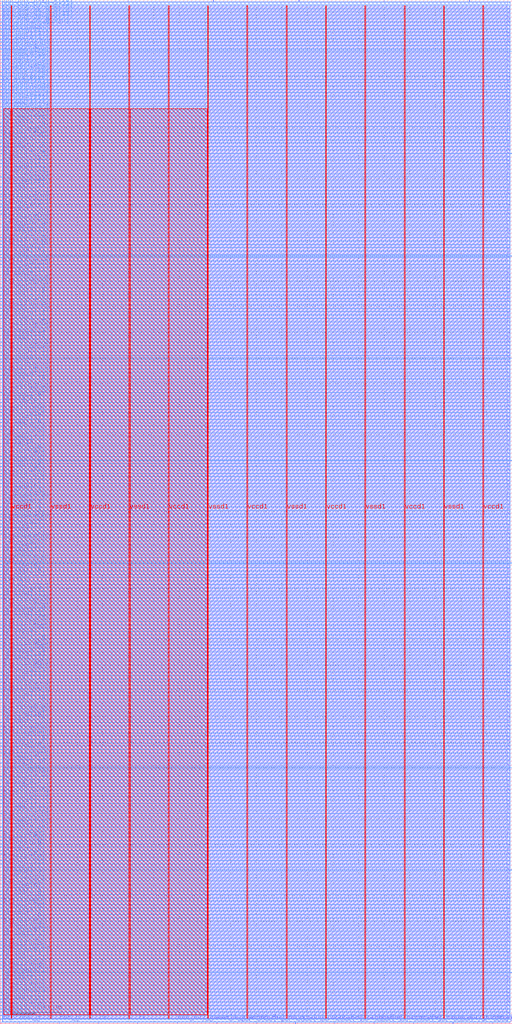
<source format=lef>
VERSION 5.7 ;
  NOWIREEXTENSIONATPIN ON ;
  DIVIDERCHAR "/" ;
  BUSBITCHARS "[]" ;
MACRO c0_system
  CLASS BLOCK ;
  FOREIGN c0_system ;
  ORIGIN 0.000 0.000 ;
  SIZE 1000.000 BY 2000.000 ;
  PIN bb_addr0[0]
    DIRECTION OUTPUT TRISTATE ;
    USE SIGNAL ;
    PORT
      LAYER met3 ;
        RECT 0.000 871.120 4.000 871.720 ;
    END
  END bb_addr0[0]
  PIN bb_addr0[10]
    DIRECTION OUTPUT TRISTATE ;
    USE SIGNAL ;
    PORT
      LAYER met3 ;
        RECT 0.000 1226.080 4.000 1226.680 ;
    END
  END bb_addr0[10]
  PIN bb_addr0[11]
    DIRECTION OUTPUT TRISTATE ;
    USE SIGNAL ;
    PORT
      LAYER met3 ;
        RECT 0.000 1258.720 4.000 1259.320 ;
    END
  END bb_addr0[11]
  PIN bb_addr0[12]
    DIRECTION OUTPUT TRISTATE ;
    USE SIGNAL ;
    PORT
      LAYER met3 ;
        RECT 0.000 1292.040 4.000 1292.640 ;
    END
  END bb_addr0[12]
  PIN bb_addr0[13]
    DIRECTION OUTPUT TRISTATE ;
    USE SIGNAL ;
    PORT
      LAYER met3 ;
        RECT 0.000 1324.680 4.000 1325.280 ;
    END
  END bb_addr0[13]
  PIN bb_addr0[14]
    DIRECTION OUTPUT TRISTATE ;
    USE SIGNAL ;
    PORT
      LAYER met3 ;
        RECT 0.000 1357.320 4.000 1357.920 ;
    END
  END bb_addr0[14]
  PIN bb_addr0[15]
    DIRECTION OUTPUT TRISTATE ;
    USE SIGNAL ;
    PORT
      LAYER met3 ;
        RECT 0.000 1390.640 4.000 1391.240 ;
    END
  END bb_addr0[15]
  PIN bb_addr0[16]
    DIRECTION OUTPUT TRISTATE ;
    USE SIGNAL ;
    PORT
      LAYER met3 ;
        RECT 0.000 1423.280 4.000 1423.880 ;
    END
  END bb_addr0[16]
  PIN bb_addr0[17]
    DIRECTION OUTPUT TRISTATE ;
    USE SIGNAL ;
    PORT
      LAYER met3 ;
        RECT 0.000 1456.600 4.000 1457.200 ;
    END
  END bb_addr0[17]
  PIN bb_addr0[18]
    DIRECTION OUTPUT TRISTATE ;
    USE SIGNAL ;
    PORT
      LAYER met3 ;
        RECT 0.000 1489.240 4.000 1489.840 ;
    END
  END bb_addr0[18]
  PIN bb_addr0[19]
    DIRECTION OUTPUT TRISTATE ;
    USE SIGNAL ;
    PORT
      LAYER met3 ;
        RECT 0.000 1521.880 4.000 1522.480 ;
    END
  END bb_addr0[19]
  PIN bb_addr0[1]
    DIRECTION OUTPUT TRISTATE ;
    USE SIGNAL ;
    PORT
      LAYER met3 ;
        RECT 0.000 910.560 4.000 911.160 ;
    END
  END bb_addr0[1]
  PIN bb_addr0[20]
    DIRECTION OUTPUT TRISTATE ;
    USE SIGNAL ;
    PORT
      LAYER met3 ;
        RECT 0.000 1555.200 4.000 1555.800 ;
    END
  END bb_addr0[20]
  PIN bb_addr0[21]
    DIRECTION OUTPUT TRISTATE ;
    USE SIGNAL ;
    PORT
      LAYER met3 ;
        RECT 0.000 1587.840 4.000 1588.440 ;
    END
  END bb_addr0[21]
  PIN bb_addr0[22]
    DIRECTION OUTPUT TRISTATE ;
    USE SIGNAL ;
    PORT
      LAYER met3 ;
        RECT 0.000 1620.480 4.000 1621.080 ;
    END
  END bb_addr0[22]
  PIN bb_addr0[23]
    DIRECTION OUTPUT TRISTATE ;
    USE SIGNAL ;
    PORT
      LAYER met3 ;
        RECT 0.000 1653.800 4.000 1654.400 ;
    END
  END bb_addr0[23]
  PIN bb_addr0[24]
    DIRECTION OUTPUT TRISTATE ;
    USE SIGNAL ;
    PORT
      LAYER met3 ;
        RECT 0.000 1686.440 4.000 1687.040 ;
    END
  END bb_addr0[24]
  PIN bb_addr0[25]
    DIRECTION OUTPUT TRISTATE ;
    USE SIGNAL ;
    PORT
      LAYER met3 ;
        RECT 0.000 1719.760 4.000 1720.360 ;
    END
  END bb_addr0[25]
  PIN bb_addr0[26]
    DIRECTION OUTPUT TRISTATE ;
    USE SIGNAL ;
    PORT
      LAYER met3 ;
        RECT 0.000 1752.400 4.000 1753.000 ;
    END
  END bb_addr0[26]
  PIN bb_addr0[27]
    DIRECTION OUTPUT TRISTATE ;
    USE SIGNAL ;
    PORT
      LAYER met3 ;
        RECT 0.000 1785.040 4.000 1785.640 ;
    END
  END bb_addr0[27]
  PIN bb_addr0[28]
    DIRECTION OUTPUT TRISTATE ;
    USE SIGNAL ;
    PORT
      LAYER met3 ;
        RECT 0.000 1818.360 4.000 1818.960 ;
    END
  END bb_addr0[28]
  PIN bb_addr0[29]
    DIRECTION OUTPUT TRISTATE ;
    USE SIGNAL ;
    PORT
      LAYER met3 ;
        RECT 0.000 1851.000 4.000 1851.600 ;
    END
  END bb_addr0[29]
  PIN bb_addr0[2]
    DIRECTION OUTPUT TRISTATE ;
    USE SIGNAL ;
    PORT
      LAYER met3 ;
        RECT 0.000 950.000 4.000 950.600 ;
    END
  END bb_addr0[2]
  PIN bb_addr0[30]
    DIRECTION OUTPUT TRISTATE ;
    USE SIGNAL ;
    PORT
      LAYER met3 ;
        RECT 0.000 1883.640 4.000 1884.240 ;
    END
  END bb_addr0[30]
  PIN bb_addr0[31]
    DIRECTION OUTPUT TRISTATE ;
    USE SIGNAL ;
    PORT
      LAYER met3 ;
        RECT 0.000 1916.960 4.000 1917.560 ;
    END
  END bb_addr0[31]
  PIN bb_addr0[3]
    DIRECTION OUTPUT TRISTATE ;
    USE SIGNAL ;
    PORT
      LAYER met3 ;
        RECT 0.000 989.440 4.000 990.040 ;
    END
  END bb_addr0[3]
  PIN bb_addr0[4]
    DIRECTION OUTPUT TRISTATE ;
    USE SIGNAL ;
    PORT
      LAYER met3 ;
        RECT 0.000 1028.880 4.000 1029.480 ;
    END
  END bb_addr0[4]
  PIN bb_addr0[5]
    DIRECTION OUTPUT TRISTATE ;
    USE SIGNAL ;
    PORT
      LAYER met3 ;
        RECT 0.000 1061.520 4.000 1062.120 ;
    END
  END bb_addr0[5]
  PIN bb_addr0[6]
    DIRECTION OUTPUT TRISTATE ;
    USE SIGNAL ;
    PORT
      LAYER met3 ;
        RECT 0.000 1094.160 4.000 1094.760 ;
    END
  END bb_addr0[6]
  PIN bb_addr0[7]
    DIRECTION OUTPUT TRISTATE ;
    USE SIGNAL ;
    PORT
      LAYER met3 ;
        RECT 0.000 1127.480 4.000 1128.080 ;
    END
  END bb_addr0[7]
  PIN bb_addr0[8]
    DIRECTION OUTPUT TRISTATE ;
    USE SIGNAL ;
    PORT
      LAYER met3 ;
        RECT 0.000 1160.120 4.000 1160.720 ;
    END
  END bb_addr0[8]
  PIN bb_addr0[9]
    DIRECTION OUTPUT TRISTATE ;
    USE SIGNAL ;
    PORT
      LAYER met3 ;
        RECT 0.000 1193.440 4.000 1194.040 ;
    END
  END bb_addr0[9]
  PIN bb_addr1[0]
    DIRECTION OUTPUT TRISTATE ;
    USE SIGNAL ;
    PORT
      LAYER met3 ;
        RECT 0.000 877.240 4.000 877.840 ;
    END
  END bb_addr1[0]
  PIN bb_addr1[10]
    DIRECTION OUTPUT TRISTATE ;
    USE SIGNAL ;
    PORT
      LAYER met3 ;
        RECT 0.000 1232.880 4.000 1233.480 ;
    END
  END bb_addr1[10]
  PIN bb_addr1[11]
    DIRECTION OUTPUT TRISTATE ;
    USE SIGNAL ;
    PORT
      LAYER met3 ;
        RECT 0.000 1265.520 4.000 1266.120 ;
    END
  END bb_addr1[11]
  PIN bb_addr1[12]
    DIRECTION OUTPUT TRISTATE ;
    USE SIGNAL ;
    PORT
      LAYER met3 ;
        RECT 0.000 1298.160 4.000 1298.760 ;
    END
  END bb_addr1[12]
  PIN bb_addr1[13]
    DIRECTION OUTPUT TRISTATE ;
    USE SIGNAL ;
    PORT
      LAYER met3 ;
        RECT 0.000 1331.480 4.000 1332.080 ;
    END
  END bb_addr1[13]
  PIN bb_addr1[14]
    DIRECTION OUTPUT TRISTATE ;
    USE SIGNAL ;
    PORT
      LAYER met3 ;
        RECT 0.000 1364.120 4.000 1364.720 ;
    END
  END bb_addr1[14]
  PIN bb_addr1[15]
    DIRECTION OUTPUT TRISTATE ;
    USE SIGNAL ;
    PORT
      LAYER met3 ;
        RECT 0.000 1396.760 4.000 1397.360 ;
    END
  END bb_addr1[15]
  PIN bb_addr1[16]
    DIRECTION OUTPUT TRISTATE ;
    USE SIGNAL ;
    PORT
      LAYER met3 ;
        RECT 0.000 1430.080 4.000 1430.680 ;
    END
  END bb_addr1[16]
  PIN bb_addr1[17]
    DIRECTION OUTPUT TRISTATE ;
    USE SIGNAL ;
    PORT
      LAYER met3 ;
        RECT 0.000 1462.720 4.000 1463.320 ;
    END
  END bb_addr1[17]
  PIN bb_addr1[18]
    DIRECTION OUTPUT TRISTATE ;
    USE SIGNAL ;
    PORT
      LAYER met3 ;
        RECT 0.000 1496.040 4.000 1496.640 ;
    END
  END bb_addr1[18]
  PIN bb_addr1[19]
    DIRECTION OUTPUT TRISTATE ;
    USE SIGNAL ;
    PORT
      LAYER met3 ;
        RECT 0.000 1528.680 4.000 1529.280 ;
    END
  END bb_addr1[19]
  PIN bb_addr1[1]
    DIRECTION OUTPUT TRISTATE ;
    USE SIGNAL ;
    PORT
      LAYER met3 ;
        RECT 0.000 916.680 4.000 917.280 ;
    END
  END bb_addr1[1]
  PIN bb_addr1[20]
    DIRECTION OUTPUT TRISTATE ;
    USE SIGNAL ;
    PORT
      LAYER met3 ;
        RECT 0.000 1561.320 4.000 1561.920 ;
    END
  END bb_addr1[20]
  PIN bb_addr1[21]
    DIRECTION OUTPUT TRISTATE ;
    USE SIGNAL ;
    PORT
      LAYER met3 ;
        RECT 0.000 1594.640 4.000 1595.240 ;
    END
  END bb_addr1[21]
  PIN bb_addr1[22]
    DIRECTION OUTPUT TRISTATE ;
    USE SIGNAL ;
    PORT
      LAYER met3 ;
        RECT 0.000 1627.280 4.000 1627.880 ;
    END
  END bb_addr1[22]
  PIN bb_addr1[23]
    DIRECTION OUTPUT TRISTATE ;
    USE SIGNAL ;
    PORT
      LAYER met3 ;
        RECT 0.000 1659.920 4.000 1660.520 ;
    END
  END bb_addr1[23]
  PIN bb_addr1[24]
    DIRECTION OUTPUT TRISTATE ;
    USE SIGNAL ;
    PORT
      LAYER met3 ;
        RECT 0.000 1693.240 4.000 1693.840 ;
    END
  END bb_addr1[24]
  PIN bb_addr1[25]
    DIRECTION OUTPUT TRISTATE ;
    USE SIGNAL ;
    PORT
      LAYER met3 ;
        RECT 0.000 1725.880 4.000 1726.480 ;
    END
  END bb_addr1[25]
  PIN bb_addr1[26]
    DIRECTION OUTPUT TRISTATE ;
    USE SIGNAL ;
    PORT
      LAYER met3 ;
        RECT 0.000 1759.200 4.000 1759.800 ;
    END
  END bb_addr1[26]
  PIN bb_addr1[27]
    DIRECTION OUTPUT TRISTATE ;
    USE SIGNAL ;
    PORT
      LAYER met3 ;
        RECT 0.000 1791.840 4.000 1792.440 ;
    END
  END bb_addr1[27]
  PIN bb_addr1[28]
    DIRECTION OUTPUT TRISTATE ;
    USE SIGNAL ;
    PORT
      LAYER met3 ;
        RECT 0.000 1824.480 4.000 1825.080 ;
    END
  END bb_addr1[28]
  PIN bb_addr1[29]
    DIRECTION OUTPUT TRISTATE ;
    USE SIGNAL ;
    PORT
      LAYER met3 ;
        RECT 0.000 1857.800 4.000 1858.400 ;
    END
  END bb_addr1[29]
  PIN bb_addr1[2]
    DIRECTION OUTPUT TRISTATE ;
    USE SIGNAL ;
    PORT
      LAYER met3 ;
        RECT 0.000 956.120 4.000 956.720 ;
    END
  END bb_addr1[2]
  PIN bb_addr1[30]
    DIRECTION OUTPUT TRISTATE ;
    USE SIGNAL ;
    PORT
      LAYER met3 ;
        RECT 0.000 1890.440 4.000 1891.040 ;
    END
  END bb_addr1[30]
  PIN bb_addr1[31]
    DIRECTION OUTPUT TRISTATE ;
    USE SIGNAL ;
    PORT
      LAYER met3 ;
        RECT 0.000 1923.080 4.000 1923.680 ;
    END
  END bb_addr1[31]
  PIN bb_addr1[3]
    DIRECTION OUTPUT TRISTATE ;
    USE SIGNAL ;
    PORT
      LAYER met3 ;
        RECT 0.000 995.560 4.000 996.160 ;
    END
  END bb_addr1[3]
  PIN bb_addr1[4]
    DIRECTION OUTPUT TRISTATE ;
    USE SIGNAL ;
    PORT
      LAYER met3 ;
        RECT 0.000 1035.000 4.000 1035.600 ;
    END
  END bb_addr1[4]
  PIN bb_addr1[5]
    DIRECTION OUTPUT TRISTATE ;
    USE SIGNAL ;
    PORT
      LAYER met3 ;
        RECT 0.000 1068.320 4.000 1068.920 ;
    END
  END bb_addr1[5]
  PIN bb_addr1[6]
    DIRECTION OUTPUT TRISTATE ;
    USE SIGNAL ;
    PORT
      LAYER met3 ;
        RECT 0.000 1100.960 4.000 1101.560 ;
    END
  END bb_addr1[6]
  PIN bb_addr1[7]
    DIRECTION OUTPUT TRISTATE ;
    USE SIGNAL ;
    PORT
      LAYER met3 ;
        RECT 0.000 1133.600 4.000 1134.200 ;
    END
  END bb_addr1[7]
  PIN bb_addr1[8]
    DIRECTION OUTPUT TRISTATE ;
    USE SIGNAL ;
    PORT
      LAYER met3 ;
        RECT 0.000 1166.920 4.000 1167.520 ;
    END
  END bb_addr1[8]
  PIN bb_addr1[9]
    DIRECTION OUTPUT TRISTATE ;
    USE SIGNAL ;
    PORT
      LAYER met3 ;
        RECT 0.000 1199.560 4.000 1200.160 ;
    END
  END bb_addr1[9]
  PIN bb_csb0
    DIRECTION OUTPUT TRISTATE ;
    USE SIGNAL ;
    PORT
      LAYER met3 ;
        RECT 0.000 850.720 4.000 851.320 ;
    END
  END bb_csb0
  PIN bb_csb1
    DIRECTION OUTPUT TRISTATE ;
    USE SIGNAL ;
    PORT
      LAYER met3 ;
        RECT 0.000 857.520 4.000 858.120 ;
    END
  END bb_csb1
  PIN bb_din0[0]
    DIRECTION OUTPUT TRISTATE ;
    USE SIGNAL ;
    PORT
      LAYER met3 ;
        RECT 0.000 884.040 4.000 884.640 ;
    END
  END bb_din0[0]
  PIN bb_din0[10]
    DIRECTION OUTPUT TRISTATE ;
    USE SIGNAL ;
    PORT
      LAYER met3 ;
        RECT 0.000 1239.000 4.000 1239.600 ;
    END
  END bb_din0[10]
  PIN bb_din0[11]
    DIRECTION OUTPUT TRISTATE ;
    USE SIGNAL ;
    PORT
      LAYER met3 ;
        RECT 0.000 1272.320 4.000 1272.920 ;
    END
  END bb_din0[11]
  PIN bb_din0[12]
    DIRECTION OUTPUT TRISTATE ;
    USE SIGNAL ;
    PORT
      LAYER met3 ;
        RECT 0.000 1304.960 4.000 1305.560 ;
    END
  END bb_din0[12]
  PIN bb_din0[13]
    DIRECTION OUTPUT TRISTATE ;
    USE SIGNAL ;
    PORT
      LAYER met3 ;
        RECT 0.000 1337.600 4.000 1338.200 ;
    END
  END bb_din0[13]
  PIN bb_din0[14]
    DIRECTION OUTPUT TRISTATE ;
    USE SIGNAL ;
    PORT
      LAYER met3 ;
        RECT 0.000 1370.920 4.000 1371.520 ;
    END
  END bb_din0[14]
  PIN bb_din0[15]
    DIRECTION OUTPUT TRISTATE ;
    USE SIGNAL ;
    PORT
      LAYER met3 ;
        RECT 0.000 1403.560 4.000 1404.160 ;
    END
  END bb_din0[15]
  PIN bb_din0[16]
    DIRECTION OUTPUT TRISTATE ;
    USE SIGNAL ;
    PORT
      LAYER met3 ;
        RECT 0.000 1436.880 4.000 1437.480 ;
    END
  END bb_din0[16]
  PIN bb_din0[17]
    DIRECTION OUTPUT TRISTATE ;
    USE SIGNAL ;
    PORT
      LAYER met3 ;
        RECT 0.000 1469.520 4.000 1470.120 ;
    END
  END bb_din0[17]
  PIN bb_din0[18]
    DIRECTION OUTPUT TRISTATE ;
    USE SIGNAL ;
    PORT
      LAYER met3 ;
        RECT 0.000 1502.160 4.000 1502.760 ;
    END
  END bb_din0[18]
  PIN bb_din0[19]
    DIRECTION OUTPUT TRISTATE ;
    USE SIGNAL ;
    PORT
      LAYER met3 ;
        RECT 0.000 1535.480 4.000 1536.080 ;
    END
  END bb_din0[19]
  PIN bb_din0[1]
    DIRECTION OUTPUT TRISTATE ;
    USE SIGNAL ;
    PORT
      LAYER met3 ;
        RECT 0.000 923.480 4.000 924.080 ;
    END
  END bb_din0[1]
  PIN bb_din0[20]
    DIRECTION OUTPUT TRISTATE ;
    USE SIGNAL ;
    PORT
      LAYER met3 ;
        RECT 0.000 1568.120 4.000 1568.720 ;
    END
  END bb_din0[20]
  PIN bb_din0[21]
    DIRECTION OUTPUT TRISTATE ;
    USE SIGNAL ;
    PORT
      LAYER met3 ;
        RECT 0.000 1600.760 4.000 1601.360 ;
    END
  END bb_din0[21]
  PIN bb_din0[22]
    DIRECTION OUTPUT TRISTATE ;
    USE SIGNAL ;
    PORT
      LAYER met3 ;
        RECT 0.000 1634.080 4.000 1634.680 ;
    END
  END bb_din0[22]
  PIN bb_din0[23]
    DIRECTION OUTPUT TRISTATE ;
    USE SIGNAL ;
    PORT
      LAYER met3 ;
        RECT 0.000 1666.720 4.000 1667.320 ;
    END
  END bb_din0[23]
  PIN bb_din0[24]
    DIRECTION OUTPUT TRISTATE ;
    USE SIGNAL ;
    PORT
      LAYER met3 ;
        RECT 0.000 1699.360 4.000 1699.960 ;
    END
  END bb_din0[24]
  PIN bb_din0[25]
    DIRECTION OUTPUT TRISTATE ;
    USE SIGNAL ;
    PORT
      LAYER met3 ;
        RECT 0.000 1732.680 4.000 1733.280 ;
    END
  END bb_din0[25]
  PIN bb_din0[26]
    DIRECTION OUTPUT TRISTATE ;
    USE SIGNAL ;
    PORT
      LAYER met3 ;
        RECT 0.000 1765.320 4.000 1765.920 ;
    END
  END bb_din0[26]
  PIN bb_din0[27]
    DIRECTION OUTPUT TRISTATE ;
    USE SIGNAL ;
    PORT
      LAYER met3 ;
        RECT 0.000 1798.640 4.000 1799.240 ;
    END
  END bb_din0[27]
  PIN bb_din0[28]
    DIRECTION OUTPUT TRISTATE ;
    USE SIGNAL ;
    PORT
      LAYER met3 ;
        RECT 0.000 1831.280 4.000 1831.880 ;
    END
  END bb_din0[28]
  PIN bb_din0[29]
    DIRECTION OUTPUT TRISTATE ;
    USE SIGNAL ;
    PORT
      LAYER met3 ;
        RECT 0.000 1863.920 4.000 1864.520 ;
    END
  END bb_din0[29]
  PIN bb_din0[2]
    DIRECTION OUTPUT TRISTATE ;
    USE SIGNAL ;
    PORT
      LAYER met3 ;
        RECT 0.000 962.920 4.000 963.520 ;
    END
  END bb_din0[2]
  PIN bb_din0[30]
    DIRECTION OUTPUT TRISTATE ;
    USE SIGNAL ;
    PORT
      LAYER met3 ;
        RECT 0.000 1897.240 4.000 1897.840 ;
    END
  END bb_din0[30]
  PIN bb_din0[31]
    DIRECTION OUTPUT TRISTATE ;
    USE SIGNAL ;
    PORT
      LAYER met3 ;
        RECT 0.000 1929.880 4.000 1930.480 ;
    END
  END bb_din0[31]
  PIN bb_din0[3]
    DIRECTION OUTPUT TRISTATE ;
    USE SIGNAL ;
    PORT
      LAYER met3 ;
        RECT 0.000 1002.360 4.000 1002.960 ;
    END
  END bb_din0[3]
  PIN bb_din0[4]
    DIRECTION OUTPUT TRISTATE ;
    USE SIGNAL ;
    PORT
      LAYER met3 ;
        RECT 0.000 1041.800 4.000 1042.400 ;
    END
  END bb_din0[4]
  PIN bb_din0[5]
    DIRECTION OUTPUT TRISTATE ;
    USE SIGNAL ;
    PORT
      LAYER met3 ;
        RECT 0.000 1074.440 4.000 1075.040 ;
    END
  END bb_din0[5]
  PIN bb_din0[6]
    DIRECTION OUTPUT TRISTATE ;
    USE SIGNAL ;
    PORT
      LAYER met3 ;
        RECT 0.000 1107.760 4.000 1108.360 ;
    END
  END bb_din0[6]
  PIN bb_din0[7]
    DIRECTION OUTPUT TRISTATE ;
    USE SIGNAL ;
    PORT
      LAYER met3 ;
        RECT 0.000 1140.400 4.000 1141.000 ;
    END
  END bb_din0[7]
  PIN bb_din0[8]
    DIRECTION OUTPUT TRISTATE ;
    USE SIGNAL ;
    PORT
      LAYER met3 ;
        RECT 0.000 1173.720 4.000 1174.320 ;
    END
  END bb_din0[8]
  PIN bb_din0[9]
    DIRECTION OUTPUT TRISTATE ;
    USE SIGNAL ;
    PORT
      LAYER met3 ;
        RECT 0.000 1206.360 4.000 1206.960 ;
    END
  END bb_din0[9]
  PIN bb_dout0[0]
    DIRECTION INPUT ;
    USE SIGNAL ;
    PORT
      LAYER met3 ;
        RECT 0.000 890.840 4.000 891.440 ;
    END
  END bb_dout0[0]
  PIN bb_dout0[10]
    DIRECTION INPUT ;
    USE SIGNAL ;
    PORT
      LAYER met3 ;
        RECT 0.000 1245.800 4.000 1246.400 ;
    END
  END bb_dout0[10]
  PIN bb_dout0[11]
    DIRECTION INPUT ;
    USE SIGNAL ;
    PORT
      LAYER met3 ;
        RECT 0.000 1278.440 4.000 1279.040 ;
    END
  END bb_dout0[11]
  PIN bb_dout0[12]
    DIRECTION INPUT ;
    USE SIGNAL ;
    PORT
      LAYER met3 ;
        RECT 0.000 1311.760 4.000 1312.360 ;
    END
  END bb_dout0[12]
  PIN bb_dout0[13]
    DIRECTION INPUT ;
    USE SIGNAL ;
    PORT
      LAYER met3 ;
        RECT 0.000 1344.400 4.000 1345.000 ;
    END
  END bb_dout0[13]
  PIN bb_dout0[14]
    DIRECTION INPUT ;
    USE SIGNAL ;
    PORT
      LAYER met3 ;
        RECT 0.000 1377.040 4.000 1377.640 ;
    END
  END bb_dout0[14]
  PIN bb_dout0[15]
    DIRECTION INPUT ;
    USE SIGNAL ;
    PORT
      LAYER met3 ;
        RECT 0.000 1410.360 4.000 1410.960 ;
    END
  END bb_dout0[15]
  PIN bb_dout0[16]
    DIRECTION INPUT ;
    USE SIGNAL ;
    PORT
      LAYER met3 ;
        RECT 0.000 1443.000 4.000 1443.600 ;
    END
  END bb_dout0[16]
  PIN bb_dout0[17]
    DIRECTION INPUT ;
    USE SIGNAL ;
    PORT
      LAYER met3 ;
        RECT 0.000 1476.320 4.000 1476.920 ;
    END
  END bb_dout0[17]
  PIN bb_dout0[18]
    DIRECTION INPUT ;
    USE SIGNAL ;
    PORT
      LAYER met3 ;
        RECT 0.000 1508.960 4.000 1509.560 ;
    END
  END bb_dout0[18]
  PIN bb_dout0[19]
    DIRECTION INPUT ;
    USE SIGNAL ;
    PORT
      LAYER met3 ;
        RECT 0.000 1541.600 4.000 1542.200 ;
    END
  END bb_dout0[19]
  PIN bb_dout0[1]
    DIRECTION INPUT ;
    USE SIGNAL ;
    PORT
      LAYER met3 ;
        RECT 0.000 930.280 4.000 930.880 ;
    END
  END bb_dout0[1]
  PIN bb_dout0[20]
    DIRECTION INPUT ;
    USE SIGNAL ;
    PORT
      LAYER met3 ;
        RECT 0.000 1574.920 4.000 1575.520 ;
    END
  END bb_dout0[20]
  PIN bb_dout0[21]
    DIRECTION INPUT ;
    USE SIGNAL ;
    PORT
      LAYER met3 ;
        RECT 0.000 1607.560 4.000 1608.160 ;
    END
  END bb_dout0[21]
  PIN bb_dout0[22]
    DIRECTION INPUT ;
    USE SIGNAL ;
    PORT
      LAYER met3 ;
        RECT 0.000 1640.200 4.000 1640.800 ;
    END
  END bb_dout0[22]
  PIN bb_dout0[23]
    DIRECTION INPUT ;
    USE SIGNAL ;
    PORT
      LAYER met3 ;
        RECT 0.000 1673.520 4.000 1674.120 ;
    END
  END bb_dout0[23]
  PIN bb_dout0[24]
    DIRECTION INPUT ;
    USE SIGNAL ;
    PORT
      LAYER met3 ;
        RECT 0.000 1706.160 4.000 1706.760 ;
    END
  END bb_dout0[24]
  PIN bb_dout0[25]
    DIRECTION INPUT ;
    USE SIGNAL ;
    PORT
      LAYER met3 ;
        RECT 0.000 1739.480 4.000 1740.080 ;
    END
  END bb_dout0[25]
  PIN bb_dout0[26]
    DIRECTION INPUT ;
    USE SIGNAL ;
    PORT
      LAYER met3 ;
        RECT 0.000 1772.120 4.000 1772.720 ;
    END
  END bb_dout0[26]
  PIN bb_dout0[27]
    DIRECTION INPUT ;
    USE SIGNAL ;
    PORT
      LAYER met3 ;
        RECT 0.000 1804.760 4.000 1805.360 ;
    END
  END bb_dout0[27]
  PIN bb_dout0[28]
    DIRECTION INPUT ;
    USE SIGNAL ;
    PORT
      LAYER met3 ;
        RECT 0.000 1838.080 4.000 1838.680 ;
    END
  END bb_dout0[28]
  PIN bb_dout0[29]
    DIRECTION INPUT ;
    USE SIGNAL ;
    PORT
      LAYER met3 ;
        RECT 0.000 1870.720 4.000 1871.320 ;
    END
  END bb_dout0[29]
  PIN bb_dout0[2]
    DIRECTION INPUT ;
    USE SIGNAL ;
    PORT
      LAYER met3 ;
        RECT 0.000 969.720 4.000 970.320 ;
    END
  END bb_dout0[2]
  PIN bb_dout0[30]
    DIRECTION INPUT ;
    USE SIGNAL ;
    PORT
      LAYER met3 ;
        RECT 0.000 1903.360 4.000 1903.960 ;
    END
  END bb_dout0[30]
  PIN bb_dout0[31]
    DIRECTION INPUT ;
    USE SIGNAL ;
    PORT
      LAYER met3 ;
        RECT 0.000 1936.680 4.000 1937.280 ;
    END
  END bb_dout0[31]
  PIN bb_dout0[3]
    DIRECTION INPUT ;
    USE SIGNAL ;
    PORT
      LAYER met3 ;
        RECT 0.000 1009.160 4.000 1009.760 ;
    END
  END bb_dout0[3]
  PIN bb_dout0[4]
    DIRECTION INPUT ;
    USE SIGNAL ;
    PORT
      LAYER met3 ;
        RECT 0.000 1048.600 4.000 1049.200 ;
    END
  END bb_dout0[4]
  PIN bb_dout0[5]
    DIRECTION INPUT ;
    USE SIGNAL ;
    PORT
      LAYER met3 ;
        RECT 0.000 1081.240 4.000 1081.840 ;
    END
  END bb_dout0[5]
  PIN bb_dout0[6]
    DIRECTION INPUT ;
    USE SIGNAL ;
    PORT
      LAYER met3 ;
        RECT 0.000 1113.880 4.000 1114.480 ;
    END
  END bb_dout0[6]
  PIN bb_dout0[7]
    DIRECTION INPUT ;
    USE SIGNAL ;
    PORT
      LAYER met3 ;
        RECT 0.000 1147.200 4.000 1147.800 ;
    END
  END bb_dout0[7]
  PIN bb_dout0[8]
    DIRECTION INPUT ;
    USE SIGNAL ;
    PORT
      LAYER met3 ;
        RECT 0.000 1179.840 4.000 1180.440 ;
    END
  END bb_dout0[8]
  PIN bb_dout0[9]
    DIRECTION INPUT ;
    USE SIGNAL ;
    PORT
      LAYER met3 ;
        RECT 0.000 1213.160 4.000 1213.760 ;
    END
  END bb_dout0[9]
  PIN bb_dout1[0]
    DIRECTION INPUT ;
    USE SIGNAL ;
    PORT
      LAYER met3 ;
        RECT 0.000 896.960 4.000 897.560 ;
    END
  END bb_dout1[0]
  PIN bb_dout1[10]
    DIRECTION INPUT ;
    USE SIGNAL ;
    PORT
      LAYER met3 ;
        RECT 0.000 1252.600 4.000 1253.200 ;
    END
  END bb_dout1[10]
  PIN bb_dout1[11]
    DIRECTION INPUT ;
    USE SIGNAL ;
    PORT
      LAYER met3 ;
        RECT 0.000 1285.240 4.000 1285.840 ;
    END
  END bb_dout1[11]
  PIN bb_dout1[12]
    DIRECTION INPUT ;
    USE SIGNAL ;
    PORT
      LAYER met3 ;
        RECT 0.000 1317.880 4.000 1318.480 ;
    END
  END bb_dout1[12]
  PIN bb_dout1[13]
    DIRECTION INPUT ;
    USE SIGNAL ;
    PORT
      LAYER met3 ;
        RECT 0.000 1351.200 4.000 1351.800 ;
    END
  END bb_dout1[13]
  PIN bb_dout1[14]
    DIRECTION INPUT ;
    USE SIGNAL ;
    PORT
      LAYER met3 ;
        RECT 0.000 1383.840 4.000 1384.440 ;
    END
  END bb_dout1[14]
  PIN bb_dout1[15]
    DIRECTION INPUT ;
    USE SIGNAL ;
    PORT
      LAYER met3 ;
        RECT 0.000 1416.480 4.000 1417.080 ;
    END
  END bb_dout1[15]
  PIN bb_dout1[16]
    DIRECTION INPUT ;
    USE SIGNAL ;
    PORT
      LAYER met3 ;
        RECT 0.000 1449.800 4.000 1450.400 ;
    END
  END bb_dout1[16]
  PIN bb_dout1[17]
    DIRECTION INPUT ;
    USE SIGNAL ;
    PORT
      LAYER met3 ;
        RECT 0.000 1482.440 4.000 1483.040 ;
    END
  END bb_dout1[17]
  PIN bb_dout1[18]
    DIRECTION INPUT ;
    USE SIGNAL ;
    PORT
      LAYER met3 ;
        RECT 0.000 1515.760 4.000 1516.360 ;
    END
  END bb_dout1[18]
  PIN bb_dout1[19]
    DIRECTION INPUT ;
    USE SIGNAL ;
    PORT
      LAYER met3 ;
        RECT 0.000 1548.400 4.000 1549.000 ;
    END
  END bb_dout1[19]
  PIN bb_dout1[1]
    DIRECTION INPUT ;
    USE SIGNAL ;
    PORT
      LAYER met3 ;
        RECT 0.000 936.400 4.000 937.000 ;
    END
  END bb_dout1[1]
  PIN bb_dout1[20]
    DIRECTION INPUT ;
    USE SIGNAL ;
    PORT
      LAYER met3 ;
        RECT 0.000 1581.040 4.000 1581.640 ;
    END
  END bb_dout1[20]
  PIN bb_dout1[21]
    DIRECTION INPUT ;
    USE SIGNAL ;
    PORT
      LAYER met3 ;
        RECT 0.000 1614.360 4.000 1614.960 ;
    END
  END bb_dout1[21]
  PIN bb_dout1[22]
    DIRECTION INPUT ;
    USE SIGNAL ;
    PORT
      LAYER met3 ;
        RECT 0.000 1647.000 4.000 1647.600 ;
    END
  END bb_dout1[22]
  PIN bb_dout1[23]
    DIRECTION INPUT ;
    USE SIGNAL ;
    PORT
      LAYER met3 ;
        RECT 0.000 1679.640 4.000 1680.240 ;
    END
  END bb_dout1[23]
  PIN bb_dout1[24]
    DIRECTION INPUT ;
    USE SIGNAL ;
    PORT
      LAYER met3 ;
        RECT 0.000 1712.960 4.000 1713.560 ;
    END
  END bb_dout1[24]
  PIN bb_dout1[25]
    DIRECTION INPUT ;
    USE SIGNAL ;
    PORT
      LAYER met3 ;
        RECT 0.000 1745.600 4.000 1746.200 ;
    END
  END bb_dout1[25]
  PIN bb_dout1[26]
    DIRECTION INPUT ;
    USE SIGNAL ;
    PORT
      LAYER met3 ;
        RECT 0.000 1778.920 4.000 1779.520 ;
    END
  END bb_dout1[26]
  PIN bb_dout1[27]
    DIRECTION INPUT ;
    USE SIGNAL ;
    PORT
      LAYER met3 ;
        RECT 0.000 1811.560 4.000 1812.160 ;
    END
  END bb_dout1[27]
  PIN bb_dout1[28]
    DIRECTION INPUT ;
    USE SIGNAL ;
    PORT
      LAYER met3 ;
        RECT 0.000 1844.200 4.000 1844.800 ;
    END
  END bb_dout1[28]
  PIN bb_dout1[29]
    DIRECTION INPUT ;
    USE SIGNAL ;
    PORT
      LAYER met3 ;
        RECT 0.000 1877.520 4.000 1878.120 ;
    END
  END bb_dout1[29]
  PIN bb_dout1[2]
    DIRECTION INPUT ;
    USE SIGNAL ;
    PORT
      LAYER met3 ;
        RECT 0.000 975.840 4.000 976.440 ;
    END
  END bb_dout1[2]
  PIN bb_dout1[30]
    DIRECTION INPUT ;
    USE SIGNAL ;
    PORT
      LAYER met3 ;
        RECT 0.000 1910.160 4.000 1910.760 ;
    END
  END bb_dout1[30]
  PIN bb_dout1[31]
    DIRECTION INPUT ;
    USE SIGNAL ;
    PORT
      LAYER met3 ;
        RECT 0.000 1942.800 4.000 1943.400 ;
    END
  END bb_dout1[31]
  PIN bb_dout1[3]
    DIRECTION INPUT ;
    USE SIGNAL ;
    PORT
      LAYER met3 ;
        RECT 0.000 1015.280 4.000 1015.880 ;
    END
  END bb_dout1[3]
  PIN bb_dout1[4]
    DIRECTION INPUT ;
    USE SIGNAL ;
    PORT
      LAYER met3 ;
        RECT 0.000 1054.720 4.000 1055.320 ;
    END
  END bb_dout1[4]
  PIN bb_dout1[5]
    DIRECTION INPUT ;
    USE SIGNAL ;
    PORT
      LAYER met3 ;
        RECT 0.000 1088.040 4.000 1088.640 ;
    END
  END bb_dout1[5]
  PIN bb_dout1[6]
    DIRECTION INPUT ;
    USE SIGNAL ;
    PORT
      LAYER met3 ;
        RECT 0.000 1120.680 4.000 1121.280 ;
    END
  END bb_dout1[6]
  PIN bb_dout1[7]
    DIRECTION INPUT ;
    USE SIGNAL ;
    PORT
      LAYER met3 ;
        RECT 0.000 1154.000 4.000 1154.600 ;
    END
  END bb_dout1[7]
  PIN bb_dout1[8]
    DIRECTION INPUT ;
    USE SIGNAL ;
    PORT
      LAYER met3 ;
        RECT 0.000 1186.640 4.000 1187.240 ;
    END
  END bb_dout1[8]
  PIN bb_dout1[9]
    DIRECTION INPUT ;
    USE SIGNAL ;
    PORT
      LAYER met3 ;
        RECT 0.000 1219.280 4.000 1219.880 ;
    END
  END bb_dout1[9]
  PIN bb_web0
    DIRECTION OUTPUT TRISTATE ;
    USE SIGNAL ;
    PORT
      LAYER met3 ;
        RECT 0.000 864.320 4.000 864.920 ;
    END
  END bb_web0
  PIN bb_wmask0[0]
    DIRECTION OUTPUT TRISTATE ;
    USE SIGNAL ;
    PORT
      LAYER met3 ;
        RECT 0.000 903.760 4.000 904.360 ;
    END
  END bb_wmask0[0]
  PIN bb_wmask0[1]
    DIRECTION OUTPUT TRISTATE ;
    USE SIGNAL ;
    PORT
      LAYER met3 ;
        RECT 0.000 943.200 4.000 943.800 ;
    END
  END bb_wmask0[1]
  PIN bb_wmask0[2]
    DIRECTION OUTPUT TRISTATE ;
    USE SIGNAL ;
    PORT
      LAYER met3 ;
        RECT 0.000 982.640 4.000 983.240 ;
    END
  END bb_wmask0[2]
  PIN bb_wmask0[3]
    DIRECTION OUTPUT TRISTATE ;
    USE SIGNAL ;
    PORT
      LAYER met3 ;
        RECT 0.000 1022.080 4.000 1022.680 ;
    END
  END bb_wmask0[3]
  PIN bbb_buy_gecerli_g_w
    DIRECTION OUTPUT TRISTATE ;
    USE SIGNAL ;
    PORT
      LAYER met2 ;
        RECT 345.550 0.000 345.830 4.000 ;
    END
  END bbb_buy_gecerli_g_w
  PIN bbb_buy_ps_g_w[0]
    DIRECTION OUTPUT TRISTATE ;
    USE SIGNAL ;
    PORT
      LAYER met2 ;
        RECT 422.830 0.000 423.110 4.000 ;
    END
  END bbb_buy_ps_g_w[0]
  PIN bbb_buy_ps_g_w[10]
    DIRECTION OUTPUT TRISTATE ;
    USE SIGNAL ;
    PORT
      LAYER met3 ;
        RECT 996.000 299.920 1000.000 300.520 ;
    END
  END bbb_buy_ps_g_w[10]
  PIN bbb_buy_ps_g_w[11]
    DIRECTION OUTPUT TRISTATE ;
    USE SIGNAL ;
    PORT
      LAYER met2 ;
        RECT 807.390 0.000 807.670 4.000 ;
    END
  END bbb_buy_ps_g_w[11]
  PIN bbb_buy_ps_g_w[12]
    DIRECTION OUTPUT TRISTATE ;
    USE SIGNAL ;
    PORT
      LAYER met2 ;
        RECT 884.210 0.000 884.490 4.000 ;
    END
  END bbb_buy_ps_g_w[12]
  PIN bbb_buy_ps_g_w[13]
    DIRECTION OUTPUT TRISTATE ;
    USE SIGNAL ;
    PORT
      LAYER met3 ;
        RECT 0.000 1962.520 4.000 1963.120 ;
    END
  END bbb_buy_ps_g_w[13]
  PIN bbb_buy_ps_g_w[14]
    DIRECTION OUTPUT TRISTATE ;
    USE SIGNAL ;
    PORT
      LAYER met3 ;
        RECT 996.000 499.840 1000.000 500.440 ;
    END
  END bbb_buy_ps_g_w[14]
  PIN bbb_buy_ps_g_w[15]
    DIRECTION OUTPUT TRISTATE ;
    USE SIGNAL ;
    PORT
      LAYER met3 ;
        RECT 996.000 699.760 1000.000 700.360 ;
    END
  END bbb_buy_ps_g_w[15]
  PIN bbb_buy_ps_g_w[16]
    DIRECTION OUTPUT TRISTATE ;
    USE SIGNAL ;
    PORT
      LAYER met3 ;
        RECT 0.000 1969.320 4.000 1969.920 ;
    END
  END bbb_buy_ps_g_w[16]
  PIN bbb_buy_ps_g_w[17]
    DIRECTION OUTPUT TRISTATE ;
    USE SIGNAL ;
    PORT
      LAYER met3 ;
        RECT 996.000 899.680 1000.000 900.280 ;
    END
  END bbb_buy_ps_g_w[17]
  PIN bbb_buy_ps_g_w[18]
    DIRECTION OUTPUT TRISTATE ;
    USE SIGNAL ;
    PORT
      LAYER met3 ;
        RECT 0.000 1976.120 4.000 1976.720 ;
    END
  END bbb_buy_ps_g_w[18]
  PIN bbb_buy_ps_g_w[19]
    DIRECTION OUTPUT TRISTATE ;
    USE SIGNAL ;
    PORT
      LAYER met2 ;
        RECT 961.030 0.000 961.310 4.000 ;
    END
  END bbb_buy_ps_g_w[19]
  PIN bbb_buy_ps_g_w[1]
    DIRECTION OUTPUT TRISTATE ;
    USE SIGNAL ;
    PORT
      LAYER met3 ;
        RECT 996.000 100.000 1000.000 100.600 ;
    END
  END bbb_buy_ps_g_w[1]
  PIN bbb_buy_ps_g_w[20]
    DIRECTION OUTPUT TRISTATE ;
    USE SIGNAL ;
    PORT
      LAYER met3 ;
        RECT 996.000 1099.600 1000.000 1100.200 ;
    END
  END bbb_buy_ps_g_w[20]
  PIN bbb_buy_ps_g_w[21]
    DIRECTION OUTPUT TRISTATE ;
    USE SIGNAL ;
    PORT
      LAYER met3 ;
        RECT 996.000 1299.520 1000.000 1300.120 ;
    END
  END bbb_buy_ps_g_w[21]
  PIN bbb_buy_ps_g_w[22]
    DIRECTION OUTPUT TRISTATE ;
    USE SIGNAL ;
    PORT
      LAYER met2 ;
        RECT 416.390 1996.000 416.670 2000.000 ;
    END
  END bbb_buy_ps_g_w[22]
  PIN bbb_buy_ps_g_w[23]
    DIRECTION OUTPUT TRISTATE ;
    USE SIGNAL ;
    PORT
      LAYER met3 ;
        RECT 0.000 1982.240 4.000 1982.840 ;
    END
  END bbb_buy_ps_g_w[23]
  PIN bbb_buy_ps_g_w[24]
    DIRECTION OUTPUT TRISTATE ;
    USE SIGNAL ;
    PORT
      LAYER met3 ;
        RECT 0.000 1989.040 4.000 1989.640 ;
    END
  END bbb_buy_ps_g_w[24]
  PIN bbb_buy_ps_g_w[25]
    DIRECTION OUTPUT TRISTATE ;
    USE SIGNAL ;
    PORT
      LAYER met3 ;
        RECT 996.000 1499.440 1000.000 1500.040 ;
    END
  END bbb_buy_ps_g_w[25]
  PIN bbb_buy_ps_g_w[26]
    DIRECTION OUTPUT TRISTATE ;
    USE SIGNAL ;
    PORT
      LAYER met2 ;
        RECT 583.370 1996.000 583.650 2000.000 ;
    END
  END bbb_buy_ps_g_w[26]
  PIN bbb_buy_ps_g_w[27]
    DIRECTION OUTPUT TRISTATE ;
    USE SIGNAL ;
    PORT
      LAYER met3 ;
        RECT 0.000 1995.840 4.000 1996.440 ;
    END
  END bbb_buy_ps_g_w[27]
  PIN bbb_buy_ps_g_w[28]
    DIRECTION OUTPUT TRISTATE ;
    USE SIGNAL ;
    PORT
      LAYER met2 ;
        RECT 749.890 1996.000 750.170 2000.000 ;
    END
  END bbb_buy_ps_g_w[28]
  PIN bbb_buy_ps_g_w[29]
    DIRECTION OUTPUT TRISTATE ;
    USE SIGNAL ;
    PORT
      LAYER met3 ;
        RECT 996.000 1699.360 1000.000 1699.960 ;
    END
  END bbb_buy_ps_g_w[29]
  PIN bbb_buy_ps_g_w[2]
    DIRECTION OUTPUT TRISTATE ;
    USE SIGNAL ;
    PORT
      LAYER met2 ;
        RECT 499.650 0.000 499.930 4.000 ;
    END
  END bbb_buy_ps_g_w[2]
  PIN bbb_buy_ps_g_w[30]
    DIRECTION OUTPUT TRISTATE ;
    USE SIGNAL ;
    PORT
      LAYER met2 ;
        RECT 916.410 1996.000 916.690 2000.000 ;
    END
  END bbb_buy_ps_g_w[30]
  PIN bbb_buy_ps_g_w[31]
    DIRECTION OUTPUT TRISTATE ;
    USE SIGNAL ;
    PORT
      LAYER met3 ;
        RECT 996.000 1899.280 1000.000 1899.880 ;
    END
  END bbb_buy_ps_g_w[31]
  PIN bbb_buy_ps_g_w[3]
    DIRECTION OUTPUT TRISTATE ;
    USE SIGNAL ;
    PORT
      LAYER met2 ;
        RECT 83.350 1996.000 83.630 2000.000 ;
    END
  END bbb_buy_ps_g_w[3]
  PIN bbb_buy_ps_g_w[4]
    DIRECTION OUTPUT TRISTATE ;
    USE SIGNAL ;
    PORT
      LAYER met2 ;
        RECT 249.870 1996.000 250.150 2000.000 ;
    END
  END bbb_buy_ps_g_w[4]
  PIN bbb_buy_ps_g_w[5]
    DIRECTION OUTPUT TRISTATE ;
    USE SIGNAL ;
    PORT
      LAYER met2 ;
        RECT 576.470 0.000 576.750 4.000 ;
    END
  END bbb_buy_ps_g_w[5]
  PIN bbb_buy_ps_g_w[6]
    DIRECTION OUTPUT TRISTATE ;
    USE SIGNAL ;
    PORT
      LAYER met3 ;
        RECT 0.000 1949.600 4.000 1950.200 ;
    END
  END bbb_buy_ps_g_w[6]
  PIN bbb_buy_ps_g_w[7]
    DIRECTION OUTPUT TRISTATE ;
    USE SIGNAL ;
    PORT
      LAYER met3 ;
        RECT 0.000 1956.400 4.000 1957.000 ;
    END
  END bbb_buy_ps_g_w[7]
  PIN bbb_buy_ps_g_w[8]
    DIRECTION OUTPUT TRISTATE ;
    USE SIGNAL ;
    PORT
      LAYER met2 ;
        RECT 653.290 0.000 653.570 4.000 ;
    END
  END bbb_buy_ps_g_w[8]
  PIN bbb_buy_ps_g_w[9]
    DIRECTION OUTPUT TRISTATE ;
    USE SIGNAL ;
    PORT
      LAYER met2 ;
        RECT 730.570 0.000 730.850 4.000 ;
    END
  END bbb_buy_ps_g_w[9]
  PIN clk_g
    DIRECTION INPUT ;
    USE SIGNAL ;
    PORT
      LAYER met2 ;
        RECT 38.270 0.000 38.550 4.000 ;
    END
  END clk_g
  PIN rst_g
    DIRECTION INPUT ;
    USE SIGNAL ;
    PORT
      LAYER met2 ;
        RECT 115.090 0.000 115.370 4.000 ;
    END
  END rst_g
  PIN rx
    DIRECTION INPUT ;
    USE SIGNAL ;
    PORT
      LAYER met2 ;
        RECT 191.910 0.000 192.190 4.000 ;
    END
  END rx
  PIN tx
    DIRECTION OUTPUT TRISTATE ;
    USE SIGNAL ;
    PORT
      LAYER met2 ;
        RECT 268.730 0.000 269.010 4.000 ;
    END
  END tx
  PIN vb_addr0[0]
    DIRECTION OUTPUT TRISTATE ;
    USE SIGNAL ;
    PORT
      LAYER met3 ;
        RECT 0.000 22.480 4.000 23.080 ;
    END
  END vb_addr0[0]
  PIN vb_addr0[10]
    DIRECTION OUTPUT TRISTATE ;
    USE SIGNAL ;
    PORT
      LAYER met3 ;
        RECT 0.000 377.440 4.000 378.040 ;
    END
  END vb_addr0[10]
  PIN vb_addr0[11]
    DIRECTION OUTPUT TRISTATE ;
    USE SIGNAL ;
    PORT
      LAYER met3 ;
        RECT 0.000 410.080 4.000 410.680 ;
    END
  END vb_addr0[11]
  PIN vb_addr0[12]
    DIRECTION OUTPUT TRISTATE ;
    USE SIGNAL ;
    PORT
      LAYER met3 ;
        RECT 0.000 443.400 4.000 444.000 ;
    END
  END vb_addr0[12]
  PIN vb_addr0[1]
    DIRECTION OUTPUT TRISTATE ;
    USE SIGNAL ;
    PORT
      LAYER met3 ;
        RECT 0.000 61.920 4.000 62.520 ;
    END
  END vb_addr0[1]
  PIN vb_addr0[2]
    DIRECTION OUTPUT TRISTATE ;
    USE SIGNAL ;
    PORT
      LAYER met3 ;
        RECT 0.000 101.360 4.000 101.960 ;
    END
  END vb_addr0[2]
  PIN vb_addr0[3]
    DIRECTION OUTPUT TRISTATE ;
    USE SIGNAL ;
    PORT
      LAYER met3 ;
        RECT 0.000 140.800 4.000 141.400 ;
    END
  END vb_addr0[3]
  PIN vb_addr0[4]
    DIRECTION OUTPUT TRISTATE ;
    USE SIGNAL ;
    PORT
      LAYER met3 ;
        RECT 0.000 180.240 4.000 180.840 ;
    END
  END vb_addr0[4]
  PIN vb_addr0[5]
    DIRECTION OUTPUT TRISTATE ;
    USE SIGNAL ;
    PORT
      LAYER met3 ;
        RECT 0.000 212.880 4.000 213.480 ;
    END
  END vb_addr0[5]
  PIN vb_addr0[6]
    DIRECTION OUTPUT TRISTATE ;
    USE SIGNAL ;
    PORT
      LAYER met3 ;
        RECT 0.000 245.520 4.000 246.120 ;
    END
  END vb_addr0[6]
  PIN vb_addr0[7]
    DIRECTION OUTPUT TRISTATE ;
    USE SIGNAL ;
    PORT
      LAYER met3 ;
        RECT 0.000 278.840 4.000 279.440 ;
    END
  END vb_addr0[7]
  PIN vb_addr0[8]
    DIRECTION OUTPUT TRISTATE ;
    USE SIGNAL ;
    PORT
      LAYER met3 ;
        RECT 0.000 311.480 4.000 312.080 ;
    END
  END vb_addr0[8]
  PIN vb_addr0[9]
    DIRECTION OUTPUT TRISTATE ;
    USE SIGNAL ;
    PORT
      LAYER met3 ;
        RECT 0.000 344.800 4.000 345.400 ;
    END
  END vb_addr0[9]
  PIN vb_addr1[0]
    DIRECTION OUTPUT TRISTATE ;
    USE SIGNAL ;
    PORT
      LAYER met3 ;
        RECT 0.000 28.600 4.000 29.200 ;
    END
  END vb_addr1[0]
  PIN vb_addr1[10]
    DIRECTION OUTPUT TRISTATE ;
    USE SIGNAL ;
    PORT
      LAYER met3 ;
        RECT 0.000 384.240 4.000 384.840 ;
    END
  END vb_addr1[10]
  PIN vb_addr1[11]
    DIRECTION OUTPUT TRISTATE ;
    USE SIGNAL ;
    PORT
      LAYER met3 ;
        RECT 0.000 416.880 4.000 417.480 ;
    END
  END vb_addr1[11]
  PIN vb_addr1[12]
    DIRECTION OUTPUT TRISTATE ;
    USE SIGNAL ;
    PORT
      LAYER met3 ;
        RECT 0.000 449.520 4.000 450.120 ;
    END
  END vb_addr1[12]
  PIN vb_addr1[1]
    DIRECTION OUTPUT TRISTATE ;
    USE SIGNAL ;
    PORT
      LAYER met3 ;
        RECT 0.000 68.040 4.000 68.640 ;
    END
  END vb_addr1[1]
  PIN vb_addr1[2]
    DIRECTION OUTPUT TRISTATE ;
    USE SIGNAL ;
    PORT
      LAYER met3 ;
        RECT 0.000 107.480 4.000 108.080 ;
    END
  END vb_addr1[2]
  PIN vb_addr1[3]
    DIRECTION OUTPUT TRISTATE ;
    USE SIGNAL ;
    PORT
      LAYER met3 ;
        RECT 0.000 146.920 4.000 147.520 ;
    END
  END vb_addr1[3]
  PIN vb_addr1[4]
    DIRECTION OUTPUT TRISTATE ;
    USE SIGNAL ;
    PORT
      LAYER met3 ;
        RECT 0.000 186.360 4.000 186.960 ;
    END
  END vb_addr1[4]
  PIN vb_addr1[5]
    DIRECTION OUTPUT TRISTATE ;
    USE SIGNAL ;
    PORT
      LAYER met3 ;
        RECT 0.000 219.680 4.000 220.280 ;
    END
  END vb_addr1[5]
  PIN vb_addr1[6]
    DIRECTION OUTPUT TRISTATE ;
    USE SIGNAL ;
    PORT
      LAYER met3 ;
        RECT 0.000 252.320 4.000 252.920 ;
    END
  END vb_addr1[6]
  PIN vb_addr1[7]
    DIRECTION OUTPUT TRISTATE ;
    USE SIGNAL ;
    PORT
      LAYER met3 ;
        RECT 0.000 284.960 4.000 285.560 ;
    END
  END vb_addr1[7]
  PIN vb_addr1[8]
    DIRECTION OUTPUT TRISTATE ;
    USE SIGNAL ;
    PORT
      LAYER met3 ;
        RECT 0.000 318.280 4.000 318.880 ;
    END
  END vb_addr1[8]
  PIN vb_addr1[9]
    DIRECTION OUTPUT TRISTATE ;
    USE SIGNAL ;
    PORT
      LAYER met3 ;
        RECT 0.000 350.920 4.000 351.520 ;
    END
  END vb_addr1[9]
  PIN vb_csb0
    DIRECTION OUTPUT TRISTATE ;
    USE SIGNAL ;
    PORT
      LAYER met3 ;
        RECT 0.000 2.760 4.000 3.360 ;
    END
  END vb_csb0
  PIN vb_csb1
    DIRECTION OUTPUT TRISTATE ;
    USE SIGNAL ;
    PORT
      LAYER met3 ;
        RECT 0.000 8.880 4.000 9.480 ;
    END
  END vb_csb1
  PIN vb_din0[0]
    DIRECTION OUTPUT TRISTATE ;
    USE SIGNAL ;
    PORT
      LAYER met3 ;
        RECT 0.000 35.400 4.000 36.000 ;
    END
  END vb_din0[0]
  PIN vb_din0[10]
    DIRECTION OUTPUT TRISTATE ;
    USE SIGNAL ;
    PORT
      LAYER met3 ;
        RECT 0.000 390.360 4.000 390.960 ;
    END
  END vb_din0[10]
  PIN vb_din0[11]
    DIRECTION OUTPUT TRISTATE ;
    USE SIGNAL ;
    PORT
      LAYER met3 ;
        RECT 0.000 423.680 4.000 424.280 ;
    END
  END vb_din0[11]
  PIN vb_din0[12]
    DIRECTION OUTPUT TRISTATE ;
    USE SIGNAL ;
    PORT
      LAYER met3 ;
        RECT 0.000 456.320 4.000 456.920 ;
    END
  END vb_din0[12]
  PIN vb_din0[13]
    DIRECTION OUTPUT TRISTATE ;
    USE SIGNAL ;
    PORT
      LAYER met3 ;
        RECT 0.000 476.040 4.000 476.640 ;
    END
  END vb_din0[13]
  PIN vb_din0[14]
    DIRECTION OUTPUT TRISTATE ;
    USE SIGNAL ;
    PORT
      LAYER met3 ;
        RECT 0.000 495.760 4.000 496.360 ;
    END
  END vb_din0[14]
  PIN vb_din0[15]
    DIRECTION OUTPUT TRISTATE ;
    USE SIGNAL ;
    PORT
      LAYER met3 ;
        RECT 0.000 515.480 4.000 516.080 ;
    END
  END vb_din0[15]
  PIN vb_din0[16]
    DIRECTION OUTPUT TRISTATE ;
    USE SIGNAL ;
    PORT
      LAYER met3 ;
        RECT 0.000 535.200 4.000 535.800 ;
    END
  END vb_din0[16]
  PIN vb_din0[17]
    DIRECTION OUTPUT TRISTATE ;
    USE SIGNAL ;
    PORT
      LAYER met3 ;
        RECT 0.000 554.920 4.000 555.520 ;
    END
  END vb_din0[17]
  PIN vb_din0[18]
    DIRECTION OUTPUT TRISTATE ;
    USE SIGNAL ;
    PORT
      LAYER met3 ;
        RECT 0.000 574.640 4.000 575.240 ;
    END
  END vb_din0[18]
  PIN vb_din0[19]
    DIRECTION OUTPUT TRISTATE ;
    USE SIGNAL ;
    PORT
      LAYER met3 ;
        RECT 0.000 594.360 4.000 594.960 ;
    END
  END vb_din0[19]
  PIN vb_din0[1]
    DIRECTION OUTPUT TRISTATE ;
    USE SIGNAL ;
    PORT
      LAYER met3 ;
        RECT 0.000 74.840 4.000 75.440 ;
    END
  END vb_din0[1]
  PIN vb_din0[20]
    DIRECTION OUTPUT TRISTATE ;
    USE SIGNAL ;
    PORT
      LAYER met3 ;
        RECT 0.000 614.080 4.000 614.680 ;
    END
  END vb_din0[20]
  PIN vb_din0[21]
    DIRECTION OUTPUT TRISTATE ;
    USE SIGNAL ;
    PORT
      LAYER met3 ;
        RECT 0.000 633.800 4.000 634.400 ;
    END
  END vb_din0[21]
  PIN vb_din0[22]
    DIRECTION OUTPUT TRISTATE ;
    USE SIGNAL ;
    PORT
      LAYER met3 ;
        RECT 0.000 653.520 4.000 654.120 ;
    END
  END vb_din0[22]
  PIN vb_din0[23]
    DIRECTION OUTPUT TRISTATE ;
    USE SIGNAL ;
    PORT
      LAYER met3 ;
        RECT 0.000 673.240 4.000 673.840 ;
    END
  END vb_din0[23]
  PIN vb_din0[24]
    DIRECTION OUTPUT TRISTATE ;
    USE SIGNAL ;
    PORT
      LAYER met3 ;
        RECT 0.000 692.960 4.000 693.560 ;
    END
  END vb_din0[24]
  PIN vb_din0[25]
    DIRECTION OUTPUT TRISTATE ;
    USE SIGNAL ;
    PORT
      LAYER met3 ;
        RECT 0.000 712.680 4.000 713.280 ;
    END
  END vb_din0[25]
  PIN vb_din0[26]
    DIRECTION OUTPUT TRISTATE ;
    USE SIGNAL ;
    PORT
      LAYER met3 ;
        RECT 0.000 732.400 4.000 733.000 ;
    END
  END vb_din0[26]
  PIN vb_din0[27]
    DIRECTION OUTPUT TRISTATE ;
    USE SIGNAL ;
    PORT
      LAYER met3 ;
        RECT 0.000 752.120 4.000 752.720 ;
    END
  END vb_din0[27]
  PIN vb_din0[28]
    DIRECTION OUTPUT TRISTATE ;
    USE SIGNAL ;
    PORT
      LAYER met3 ;
        RECT 0.000 771.840 4.000 772.440 ;
    END
  END vb_din0[28]
  PIN vb_din0[29]
    DIRECTION OUTPUT TRISTATE ;
    USE SIGNAL ;
    PORT
      LAYER met3 ;
        RECT 0.000 791.560 4.000 792.160 ;
    END
  END vb_din0[29]
  PIN vb_din0[2]
    DIRECTION OUTPUT TRISTATE ;
    USE SIGNAL ;
    PORT
      LAYER met3 ;
        RECT 0.000 114.280 4.000 114.880 ;
    END
  END vb_din0[2]
  PIN vb_din0[30]
    DIRECTION OUTPUT TRISTATE ;
    USE SIGNAL ;
    PORT
      LAYER met3 ;
        RECT 0.000 811.280 4.000 811.880 ;
    END
  END vb_din0[30]
  PIN vb_din0[31]
    DIRECTION OUTPUT TRISTATE ;
    USE SIGNAL ;
    PORT
      LAYER met3 ;
        RECT 0.000 831.000 4.000 831.600 ;
    END
  END vb_din0[31]
  PIN vb_din0[3]
    DIRECTION OUTPUT TRISTATE ;
    USE SIGNAL ;
    PORT
      LAYER met3 ;
        RECT 0.000 153.720 4.000 154.320 ;
    END
  END vb_din0[3]
  PIN vb_din0[4]
    DIRECTION OUTPUT TRISTATE ;
    USE SIGNAL ;
    PORT
      LAYER met3 ;
        RECT 0.000 193.160 4.000 193.760 ;
    END
  END vb_din0[4]
  PIN vb_din0[5]
    DIRECTION OUTPUT TRISTATE ;
    USE SIGNAL ;
    PORT
      LAYER met3 ;
        RECT 0.000 225.800 4.000 226.400 ;
    END
  END vb_din0[5]
  PIN vb_din0[6]
    DIRECTION OUTPUT TRISTATE ;
    USE SIGNAL ;
    PORT
      LAYER met3 ;
        RECT 0.000 259.120 4.000 259.720 ;
    END
  END vb_din0[6]
  PIN vb_din0[7]
    DIRECTION OUTPUT TRISTATE ;
    USE SIGNAL ;
    PORT
      LAYER met3 ;
        RECT 0.000 291.760 4.000 292.360 ;
    END
  END vb_din0[7]
  PIN vb_din0[8]
    DIRECTION OUTPUT TRISTATE ;
    USE SIGNAL ;
    PORT
      LAYER met3 ;
        RECT 0.000 325.080 4.000 325.680 ;
    END
  END vb_din0[8]
  PIN vb_din0[9]
    DIRECTION OUTPUT TRISTATE ;
    USE SIGNAL ;
    PORT
      LAYER met3 ;
        RECT 0.000 357.720 4.000 358.320 ;
    END
  END vb_din0[9]
  PIN vb_dout0[0]
    DIRECTION INPUT ;
    USE SIGNAL ;
    PORT
      LAYER met3 ;
        RECT 0.000 42.200 4.000 42.800 ;
    END
  END vb_dout0[0]
  PIN vb_dout0[10]
    DIRECTION INPUT ;
    USE SIGNAL ;
    PORT
      LAYER met3 ;
        RECT 0.000 397.160 4.000 397.760 ;
    END
  END vb_dout0[10]
  PIN vb_dout0[11]
    DIRECTION INPUT ;
    USE SIGNAL ;
    PORT
      LAYER met3 ;
        RECT 0.000 429.800 4.000 430.400 ;
    END
  END vb_dout0[11]
  PIN vb_dout0[12]
    DIRECTION INPUT ;
    USE SIGNAL ;
    PORT
      LAYER met3 ;
        RECT 0.000 463.120 4.000 463.720 ;
    END
  END vb_dout0[12]
  PIN vb_dout0[13]
    DIRECTION INPUT ;
    USE SIGNAL ;
    PORT
      LAYER met3 ;
        RECT 0.000 482.840 4.000 483.440 ;
    END
  END vb_dout0[13]
  PIN vb_dout0[14]
    DIRECTION INPUT ;
    USE SIGNAL ;
    PORT
      LAYER met3 ;
        RECT 0.000 502.560 4.000 503.160 ;
    END
  END vb_dout0[14]
  PIN vb_dout0[15]
    DIRECTION INPUT ;
    USE SIGNAL ;
    PORT
      LAYER met3 ;
        RECT 0.000 522.280 4.000 522.880 ;
    END
  END vb_dout0[15]
  PIN vb_dout0[16]
    DIRECTION INPUT ;
    USE SIGNAL ;
    PORT
      LAYER met3 ;
        RECT 0.000 542.000 4.000 542.600 ;
    END
  END vb_dout0[16]
  PIN vb_dout0[17]
    DIRECTION INPUT ;
    USE SIGNAL ;
    PORT
      LAYER met3 ;
        RECT 0.000 561.720 4.000 562.320 ;
    END
  END vb_dout0[17]
  PIN vb_dout0[18]
    DIRECTION INPUT ;
    USE SIGNAL ;
    PORT
      LAYER met3 ;
        RECT 0.000 581.440 4.000 582.040 ;
    END
  END vb_dout0[18]
  PIN vb_dout0[19]
    DIRECTION INPUT ;
    USE SIGNAL ;
    PORT
      LAYER met3 ;
        RECT 0.000 601.160 4.000 601.760 ;
    END
  END vb_dout0[19]
  PIN vb_dout0[1]
    DIRECTION INPUT ;
    USE SIGNAL ;
    PORT
      LAYER met3 ;
        RECT 0.000 81.640 4.000 82.240 ;
    END
  END vb_dout0[1]
  PIN vb_dout0[20]
    DIRECTION INPUT ;
    USE SIGNAL ;
    PORT
      LAYER met3 ;
        RECT 0.000 620.880 4.000 621.480 ;
    END
  END vb_dout0[20]
  PIN vb_dout0[21]
    DIRECTION INPUT ;
    USE SIGNAL ;
    PORT
      LAYER met3 ;
        RECT 0.000 640.600 4.000 641.200 ;
    END
  END vb_dout0[21]
  PIN vb_dout0[22]
    DIRECTION INPUT ;
    USE SIGNAL ;
    PORT
      LAYER met3 ;
        RECT 0.000 660.320 4.000 660.920 ;
    END
  END vb_dout0[22]
  PIN vb_dout0[23]
    DIRECTION INPUT ;
    USE SIGNAL ;
    PORT
      LAYER met3 ;
        RECT 0.000 680.040 4.000 680.640 ;
    END
  END vb_dout0[23]
  PIN vb_dout0[24]
    DIRECTION INPUT ;
    USE SIGNAL ;
    PORT
      LAYER met3 ;
        RECT 0.000 699.760 4.000 700.360 ;
    END
  END vb_dout0[24]
  PIN vb_dout0[25]
    DIRECTION INPUT ;
    USE SIGNAL ;
    PORT
      LAYER met3 ;
        RECT 0.000 719.480 4.000 720.080 ;
    END
  END vb_dout0[25]
  PIN vb_dout0[26]
    DIRECTION INPUT ;
    USE SIGNAL ;
    PORT
      LAYER met3 ;
        RECT 0.000 739.200 4.000 739.800 ;
    END
  END vb_dout0[26]
  PIN vb_dout0[27]
    DIRECTION INPUT ;
    USE SIGNAL ;
    PORT
      LAYER met3 ;
        RECT 0.000 758.920 4.000 759.520 ;
    END
  END vb_dout0[27]
  PIN vb_dout0[28]
    DIRECTION INPUT ;
    USE SIGNAL ;
    PORT
      LAYER met3 ;
        RECT 0.000 778.640 4.000 779.240 ;
    END
  END vb_dout0[28]
  PIN vb_dout0[29]
    DIRECTION INPUT ;
    USE SIGNAL ;
    PORT
      LAYER met3 ;
        RECT 0.000 798.360 4.000 798.960 ;
    END
  END vb_dout0[29]
  PIN vb_dout0[2]
    DIRECTION INPUT ;
    USE SIGNAL ;
    PORT
      LAYER met3 ;
        RECT 0.000 121.080 4.000 121.680 ;
    END
  END vb_dout0[2]
  PIN vb_dout0[30]
    DIRECTION INPUT ;
    USE SIGNAL ;
    PORT
      LAYER met3 ;
        RECT 0.000 818.080 4.000 818.680 ;
    END
  END vb_dout0[30]
  PIN vb_dout0[31]
    DIRECTION INPUT ;
    USE SIGNAL ;
    PORT
      LAYER met3 ;
        RECT 0.000 837.800 4.000 838.400 ;
    END
  END vb_dout0[31]
  PIN vb_dout0[3]
    DIRECTION INPUT ;
    USE SIGNAL ;
    PORT
      LAYER met3 ;
        RECT 0.000 160.520 4.000 161.120 ;
    END
  END vb_dout0[3]
  PIN vb_dout0[4]
    DIRECTION INPUT ;
    USE SIGNAL ;
    PORT
      LAYER met3 ;
        RECT 0.000 199.960 4.000 200.560 ;
    END
  END vb_dout0[4]
  PIN vb_dout0[5]
    DIRECTION INPUT ;
    USE SIGNAL ;
    PORT
      LAYER met3 ;
        RECT 0.000 232.600 4.000 233.200 ;
    END
  END vb_dout0[5]
  PIN vb_dout0[6]
    DIRECTION INPUT ;
    USE SIGNAL ;
    PORT
      LAYER met3 ;
        RECT 0.000 265.240 4.000 265.840 ;
    END
  END vb_dout0[6]
  PIN vb_dout0[7]
    DIRECTION INPUT ;
    USE SIGNAL ;
    PORT
      LAYER met3 ;
        RECT 0.000 298.560 4.000 299.160 ;
    END
  END vb_dout0[7]
  PIN vb_dout0[8]
    DIRECTION INPUT ;
    USE SIGNAL ;
    PORT
      LAYER met3 ;
        RECT 0.000 331.200 4.000 331.800 ;
    END
  END vb_dout0[8]
  PIN vb_dout0[9]
    DIRECTION INPUT ;
    USE SIGNAL ;
    PORT
      LAYER met3 ;
        RECT 0.000 364.520 4.000 365.120 ;
    END
  END vb_dout0[9]
  PIN vb_dout1[0]
    DIRECTION INPUT ;
    USE SIGNAL ;
    PORT
      LAYER met3 ;
        RECT 0.000 48.320 4.000 48.920 ;
    END
  END vb_dout1[0]
  PIN vb_dout1[10]
    DIRECTION INPUT ;
    USE SIGNAL ;
    PORT
      LAYER met3 ;
        RECT 0.000 403.960 4.000 404.560 ;
    END
  END vb_dout1[10]
  PIN vb_dout1[11]
    DIRECTION INPUT ;
    USE SIGNAL ;
    PORT
      LAYER met3 ;
        RECT 0.000 436.600 4.000 437.200 ;
    END
  END vb_dout1[11]
  PIN vb_dout1[12]
    DIRECTION INPUT ;
    USE SIGNAL ;
    PORT
      LAYER met3 ;
        RECT 0.000 469.240 4.000 469.840 ;
    END
  END vb_dout1[12]
  PIN vb_dout1[13]
    DIRECTION INPUT ;
    USE SIGNAL ;
    PORT
      LAYER met3 ;
        RECT 0.000 488.960 4.000 489.560 ;
    END
  END vb_dout1[13]
  PIN vb_dout1[14]
    DIRECTION INPUT ;
    USE SIGNAL ;
    PORT
      LAYER met3 ;
        RECT 0.000 508.680 4.000 509.280 ;
    END
  END vb_dout1[14]
  PIN vb_dout1[15]
    DIRECTION INPUT ;
    USE SIGNAL ;
    PORT
      LAYER met3 ;
        RECT 0.000 528.400 4.000 529.000 ;
    END
  END vb_dout1[15]
  PIN vb_dout1[16]
    DIRECTION INPUT ;
    USE SIGNAL ;
    PORT
      LAYER met3 ;
        RECT 0.000 548.120 4.000 548.720 ;
    END
  END vb_dout1[16]
  PIN vb_dout1[17]
    DIRECTION INPUT ;
    USE SIGNAL ;
    PORT
      LAYER met3 ;
        RECT 0.000 567.840 4.000 568.440 ;
    END
  END vb_dout1[17]
  PIN vb_dout1[18]
    DIRECTION INPUT ;
    USE SIGNAL ;
    PORT
      LAYER met3 ;
        RECT 0.000 588.240 4.000 588.840 ;
    END
  END vb_dout1[18]
  PIN vb_dout1[19]
    DIRECTION INPUT ;
    USE SIGNAL ;
    PORT
      LAYER met3 ;
        RECT 0.000 607.960 4.000 608.560 ;
    END
  END vb_dout1[19]
  PIN vb_dout1[1]
    DIRECTION INPUT ;
    USE SIGNAL ;
    PORT
      LAYER met3 ;
        RECT 0.000 87.760 4.000 88.360 ;
    END
  END vb_dout1[1]
  PIN vb_dout1[20]
    DIRECTION INPUT ;
    USE SIGNAL ;
    PORT
      LAYER met3 ;
        RECT 0.000 627.680 4.000 628.280 ;
    END
  END vb_dout1[20]
  PIN vb_dout1[21]
    DIRECTION INPUT ;
    USE SIGNAL ;
    PORT
      LAYER met3 ;
        RECT 0.000 647.400 4.000 648.000 ;
    END
  END vb_dout1[21]
  PIN vb_dout1[22]
    DIRECTION INPUT ;
    USE SIGNAL ;
    PORT
      LAYER met3 ;
        RECT 0.000 667.120 4.000 667.720 ;
    END
  END vb_dout1[22]
  PIN vb_dout1[23]
    DIRECTION INPUT ;
    USE SIGNAL ;
    PORT
      LAYER met3 ;
        RECT 0.000 686.840 4.000 687.440 ;
    END
  END vb_dout1[23]
  PIN vb_dout1[24]
    DIRECTION INPUT ;
    USE SIGNAL ;
    PORT
      LAYER met3 ;
        RECT 0.000 706.560 4.000 707.160 ;
    END
  END vb_dout1[24]
  PIN vb_dout1[25]
    DIRECTION INPUT ;
    USE SIGNAL ;
    PORT
      LAYER met3 ;
        RECT 0.000 726.280 4.000 726.880 ;
    END
  END vb_dout1[25]
  PIN vb_dout1[26]
    DIRECTION INPUT ;
    USE SIGNAL ;
    PORT
      LAYER met3 ;
        RECT 0.000 746.000 4.000 746.600 ;
    END
  END vb_dout1[26]
  PIN vb_dout1[27]
    DIRECTION INPUT ;
    USE SIGNAL ;
    PORT
      LAYER met3 ;
        RECT 0.000 765.720 4.000 766.320 ;
    END
  END vb_dout1[27]
  PIN vb_dout1[28]
    DIRECTION INPUT ;
    USE SIGNAL ;
    PORT
      LAYER met3 ;
        RECT 0.000 785.440 4.000 786.040 ;
    END
  END vb_dout1[28]
  PIN vb_dout1[29]
    DIRECTION INPUT ;
    USE SIGNAL ;
    PORT
      LAYER met3 ;
        RECT 0.000 805.160 4.000 805.760 ;
    END
  END vb_dout1[29]
  PIN vb_dout1[2]
    DIRECTION INPUT ;
    USE SIGNAL ;
    PORT
      LAYER met3 ;
        RECT 0.000 127.200 4.000 127.800 ;
    END
  END vb_dout1[2]
  PIN vb_dout1[30]
    DIRECTION INPUT ;
    USE SIGNAL ;
    PORT
      LAYER met3 ;
        RECT 0.000 824.880 4.000 825.480 ;
    END
  END vb_dout1[30]
  PIN vb_dout1[31]
    DIRECTION INPUT ;
    USE SIGNAL ;
    PORT
      LAYER met3 ;
        RECT 0.000 844.600 4.000 845.200 ;
    END
  END vb_dout1[31]
  PIN vb_dout1[3]
    DIRECTION INPUT ;
    USE SIGNAL ;
    PORT
      LAYER met3 ;
        RECT 0.000 166.640 4.000 167.240 ;
    END
  END vb_dout1[3]
  PIN vb_dout1[4]
    DIRECTION INPUT ;
    USE SIGNAL ;
    PORT
      LAYER met3 ;
        RECT 0.000 206.080 4.000 206.680 ;
    END
  END vb_dout1[4]
  PIN vb_dout1[5]
    DIRECTION INPUT ;
    USE SIGNAL ;
    PORT
      LAYER met3 ;
        RECT 0.000 239.400 4.000 240.000 ;
    END
  END vb_dout1[5]
  PIN vb_dout1[6]
    DIRECTION INPUT ;
    USE SIGNAL ;
    PORT
      LAYER met3 ;
        RECT 0.000 272.040 4.000 272.640 ;
    END
  END vb_dout1[6]
  PIN vb_dout1[7]
    DIRECTION INPUT ;
    USE SIGNAL ;
    PORT
      LAYER met3 ;
        RECT 0.000 305.360 4.000 305.960 ;
    END
  END vb_dout1[7]
  PIN vb_dout1[8]
    DIRECTION INPUT ;
    USE SIGNAL ;
    PORT
      LAYER met3 ;
        RECT 0.000 338.000 4.000 338.600 ;
    END
  END vb_dout1[8]
  PIN vb_dout1[9]
    DIRECTION INPUT ;
    USE SIGNAL ;
    PORT
      LAYER met3 ;
        RECT 0.000 370.640 4.000 371.240 ;
    END
  END vb_dout1[9]
  PIN vb_web0
    DIRECTION OUTPUT TRISTATE ;
    USE SIGNAL ;
    PORT
      LAYER met3 ;
        RECT 0.000 15.680 4.000 16.280 ;
    END
  END vb_web0
  PIN vb_wmask0[0]
    DIRECTION OUTPUT TRISTATE ;
    USE SIGNAL ;
    PORT
      LAYER met3 ;
        RECT 0.000 55.120 4.000 55.720 ;
    END
  END vb_wmask0[0]
  PIN vb_wmask0[1]
    DIRECTION OUTPUT TRISTATE ;
    USE SIGNAL ;
    PORT
      LAYER met3 ;
        RECT 0.000 94.560 4.000 95.160 ;
    END
  END vb_wmask0[1]
  PIN vb_wmask0[2]
    DIRECTION OUTPUT TRISTATE ;
    USE SIGNAL ;
    PORT
      LAYER met3 ;
        RECT 0.000 134.000 4.000 134.600 ;
    END
  END vb_wmask0[2]
  PIN vb_wmask0[3]
    DIRECTION OUTPUT TRISTATE ;
    USE SIGNAL ;
    PORT
      LAYER met3 ;
        RECT 0.000 173.440 4.000 174.040 ;
    END
  END vb_wmask0[3]
  PIN vccd1
    DIRECTION INPUT ;
    USE POWER ;
    PORT
      LAYER met4 ;
        RECT 21.040 10.640 22.640 1988.560 ;
    END
    PORT
      LAYER met4 ;
        RECT 174.640 10.640 176.240 1988.560 ;
    END
    PORT
      LAYER met4 ;
        RECT 328.240 10.640 329.840 1988.560 ;
    END
    PORT
      LAYER met4 ;
        RECT 481.840 10.640 483.440 1988.560 ;
    END
    PORT
      LAYER met4 ;
        RECT 635.440 10.640 637.040 1988.560 ;
    END
    PORT
      LAYER met4 ;
        RECT 789.040 10.640 790.640 1988.560 ;
    END
    PORT
      LAYER met4 ;
        RECT 942.640 10.640 944.240 1988.560 ;
    END
  END vccd1
  PIN vssd1
    DIRECTION INPUT ;
    USE GROUND ;
    PORT
      LAYER met4 ;
        RECT 97.840 10.640 99.440 1988.560 ;
    END
    PORT
      LAYER met4 ;
        RECT 251.440 10.640 253.040 1988.560 ;
    END
    PORT
      LAYER met4 ;
        RECT 405.040 10.640 406.640 1988.560 ;
    END
    PORT
      LAYER met4 ;
        RECT 558.640 10.640 560.240 1988.560 ;
    END
    PORT
      LAYER met4 ;
        RECT 712.240 10.640 713.840 1988.560 ;
    END
    PORT
      LAYER met4 ;
        RECT 865.840 10.640 867.440 1988.560 ;
    END
  END vssd1
  OBS
      LAYER li1 ;
        RECT 5.520 10.795 994.060 1988.405 ;
      LAYER met1 ;
        RECT 5.130 10.640 994.060 1988.560 ;
      LAYER met2 ;
        RECT 5.150 1995.720 83.070 1996.325 ;
        RECT 83.910 1995.720 249.590 1996.325 ;
        RECT 250.430 1995.720 416.110 1996.325 ;
        RECT 416.950 1995.720 583.090 1996.325 ;
        RECT 583.930 1995.720 749.610 1996.325 ;
        RECT 750.450 1995.720 916.130 1996.325 ;
        RECT 916.970 1995.720 990.290 1996.325 ;
        RECT 5.150 4.280 990.290 1995.720 ;
        RECT 5.150 2.875 37.990 4.280 ;
        RECT 38.830 2.875 114.810 4.280 ;
        RECT 115.650 2.875 191.630 4.280 ;
        RECT 192.470 2.875 268.450 4.280 ;
        RECT 269.290 2.875 345.270 4.280 ;
        RECT 346.110 2.875 422.550 4.280 ;
        RECT 423.390 2.875 499.370 4.280 ;
        RECT 500.210 2.875 576.190 4.280 ;
        RECT 577.030 2.875 653.010 4.280 ;
        RECT 653.850 2.875 730.290 4.280 ;
        RECT 731.130 2.875 807.110 4.280 ;
        RECT 807.950 2.875 883.930 4.280 ;
        RECT 884.770 2.875 960.750 4.280 ;
        RECT 961.590 2.875 990.290 4.280 ;
      LAYER met3 ;
        RECT 4.400 1995.440 996.000 1996.305 ;
        RECT 4.000 1990.040 996.000 1995.440 ;
        RECT 4.400 1988.640 996.000 1990.040 ;
        RECT 4.000 1983.240 996.000 1988.640 ;
        RECT 4.400 1981.840 996.000 1983.240 ;
        RECT 4.000 1977.120 996.000 1981.840 ;
        RECT 4.400 1975.720 996.000 1977.120 ;
        RECT 4.000 1970.320 996.000 1975.720 ;
        RECT 4.400 1968.920 996.000 1970.320 ;
        RECT 4.000 1963.520 996.000 1968.920 ;
        RECT 4.400 1962.120 996.000 1963.520 ;
        RECT 4.000 1957.400 996.000 1962.120 ;
        RECT 4.400 1956.000 996.000 1957.400 ;
        RECT 4.000 1950.600 996.000 1956.000 ;
        RECT 4.400 1949.200 996.000 1950.600 ;
        RECT 4.000 1943.800 996.000 1949.200 ;
        RECT 4.400 1942.400 996.000 1943.800 ;
        RECT 4.000 1937.680 996.000 1942.400 ;
        RECT 4.400 1936.280 996.000 1937.680 ;
        RECT 4.000 1930.880 996.000 1936.280 ;
        RECT 4.400 1929.480 996.000 1930.880 ;
        RECT 4.000 1924.080 996.000 1929.480 ;
        RECT 4.400 1922.680 996.000 1924.080 ;
        RECT 4.000 1917.960 996.000 1922.680 ;
        RECT 4.400 1916.560 996.000 1917.960 ;
        RECT 4.000 1911.160 996.000 1916.560 ;
        RECT 4.400 1909.760 996.000 1911.160 ;
        RECT 4.000 1904.360 996.000 1909.760 ;
        RECT 4.400 1902.960 996.000 1904.360 ;
        RECT 4.000 1900.280 996.000 1902.960 ;
        RECT 4.000 1898.880 995.600 1900.280 ;
        RECT 4.000 1898.240 996.000 1898.880 ;
        RECT 4.400 1896.840 996.000 1898.240 ;
        RECT 4.000 1891.440 996.000 1896.840 ;
        RECT 4.400 1890.040 996.000 1891.440 ;
        RECT 4.000 1884.640 996.000 1890.040 ;
        RECT 4.400 1883.240 996.000 1884.640 ;
        RECT 4.000 1878.520 996.000 1883.240 ;
        RECT 4.400 1877.120 996.000 1878.520 ;
        RECT 4.000 1871.720 996.000 1877.120 ;
        RECT 4.400 1870.320 996.000 1871.720 ;
        RECT 4.000 1864.920 996.000 1870.320 ;
        RECT 4.400 1863.520 996.000 1864.920 ;
        RECT 4.000 1858.800 996.000 1863.520 ;
        RECT 4.400 1857.400 996.000 1858.800 ;
        RECT 4.000 1852.000 996.000 1857.400 ;
        RECT 4.400 1850.600 996.000 1852.000 ;
        RECT 4.000 1845.200 996.000 1850.600 ;
        RECT 4.400 1843.800 996.000 1845.200 ;
        RECT 4.000 1839.080 996.000 1843.800 ;
        RECT 4.400 1837.680 996.000 1839.080 ;
        RECT 4.000 1832.280 996.000 1837.680 ;
        RECT 4.400 1830.880 996.000 1832.280 ;
        RECT 4.000 1825.480 996.000 1830.880 ;
        RECT 4.400 1824.080 996.000 1825.480 ;
        RECT 4.000 1819.360 996.000 1824.080 ;
        RECT 4.400 1817.960 996.000 1819.360 ;
        RECT 4.000 1812.560 996.000 1817.960 ;
        RECT 4.400 1811.160 996.000 1812.560 ;
        RECT 4.000 1805.760 996.000 1811.160 ;
        RECT 4.400 1804.360 996.000 1805.760 ;
        RECT 4.000 1799.640 996.000 1804.360 ;
        RECT 4.400 1798.240 996.000 1799.640 ;
        RECT 4.000 1792.840 996.000 1798.240 ;
        RECT 4.400 1791.440 996.000 1792.840 ;
        RECT 4.000 1786.040 996.000 1791.440 ;
        RECT 4.400 1784.640 996.000 1786.040 ;
        RECT 4.000 1779.920 996.000 1784.640 ;
        RECT 4.400 1778.520 996.000 1779.920 ;
        RECT 4.000 1773.120 996.000 1778.520 ;
        RECT 4.400 1771.720 996.000 1773.120 ;
        RECT 4.000 1766.320 996.000 1771.720 ;
        RECT 4.400 1764.920 996.000 1766.320 ;
        RECT 4.000 1760.200 996.000 1764.920 ;
        RECT 4.400 1758.800 996.000 1760.200 ;
        RECT 4.000 1753.400 996.000 1758.800 ;
        RECT 4.400 1752.000 996.000 1753.400 ;
        RECT 4.000 1746.600 996.000 1752.000 ;
        RECT 4.400 1745.200 996.000 1746.600 ;
        RECT 4.000 1740.480 996.000 1745.200 ;
        RECT 4.400 1739.080 996.000 1740.480 ;
        RECT 4.000 1733.680 996.000 1739.080 ;
        RECT 4.400 1732.280 996.000 1733.680 ;
        RECT 4.000 1726.880 996.000 1732.280 ;
        RECT 4.400 1725.480 996.000 1726.880 ;
        RECT 4.000 1720.760 996.000 1725.480 ;
        RECT 4.400 1719.360 996.000 1720.760 ;
        RECT 4.000 1713.960 996.000 1719.360 ;
        RECT 4.400 1712.560 996.000 1713.960 ;
        RECT 4.000 1707.160 996.000 1712.560 ;
        RECT 4.400 1705.760 996.000 1707.160 ;
        RECT 4.000 1700.360 996.000 1705.760 ;
        RECT 4.400 1698.960 995.600 1700.360 ;
        RECT 4.000 1694.240 996.000 1698.960 ;
        RECT 4.400 1692.840 996.000 1694.240 ;
        RECT 4.000 1687.440 996.000 1692.840 ;
        RECT 4.400 1686.040 996.000 1687.440 ;
        RECT 4.000 1680.640 996.000 1686.040 ;
        RECT 4.400 1679.240 996.000 1680.640 ;
        RECT 4.000 1674.520 996.000 1679.240 ;
        RECT 4.400 1673.120 996.000 1674.520 ;
        RECT 4.000 1667.720 996.000 1673.120 ;
        RECT 4.400 1666.320 996.000 1667.720 ;
        RECT 4.000 1660.920 996.000 1666.320 ;
        RECT 4.400 1659.520 996.000 1660.920 ;
        RECT 4.000 1654.800 996.000 1659.520 ;
        RECT 4.400 1653.400 996.000 1654.800 ;
        RECT 4.000 1648.000 996.000 1653.400 ;
        RECT 4.400 1646.600 996.000 1648.000 ;
        RECT 4.000 1641.200 996.000 1646.600 ;
        RECT 4.400 1639.800 996.000 1641.200 ;
        RECT 4.000 1635.080 996.000 1639.800 ;
        RECT 4.400 1633.680 996.000 1635.080 ;
        RECT 4.000 1628.280 996.000 1633.680 ;
        RECT 4.400 1626.880 996.000 1628.280 ;
        RECT 4.000 1621.480 996.000 1626.880 ;
        RECT 4.400 1620.080 996.000 1621.480 ;
        RECT 4.000 1615.360 996.000 1620.080 ;
        RECT 4.400 1613.960 996.000 1615.360 ;
        RECT 4.000 1608.560 996.000 1613.960 ;
        RECT 4.400 1607.160 996.000 1608.560 ;
        RECT 4.000 1601.760 996.000 1607.160 ;
        RECT 4.400 1600.360 996.000 1601.760 ;
        RECT 4.000 1595.640 996.000 1600.360 ;
        RECT 4.400 1594.240 996.000 1595.640 ;
        RECT 4.000 1588.840 996.000 1594.240 ;
        RECT 4.400 1587.440 996.000 1588.840 ;
        RECT 4.000 1582.040 996.000 1587.440 ;
        RECT 4.400 1580.640 996.000 1582.040 ;
        RECT 4.000 1575.920 996.000 1580.640 ;
        RECT 4.400 1574.520 996.000 1575.920 ;
        RECT 4.000 1569.120 996.000 1574.520 ;
        RECT 4.400 1567.720 996.000 1569.120 ;
        RECT 4.000 1562.320 996.000 1567.720 ;
        RECT 4.400 1560.920 996.000 1562.320 ;
        RECT 4.000 1556.200 996.000 1560.920 ;
        RECT 4.400 1554.800 996.000 1556.200 ;
        RECT 4.000 1549.400 996.000 1554.800 ;
        RECT 4.400 1548.000 996.000 1549.400 ;
        RECT 4.000 1542.600 996.000 1548.000 ;
        RECT 4.400 1541.200 996.000 1542.600 ;
        RECT 4.000 1536.480 996.000 1541.200 ;
        RECT 4.400 1535.080 996.000 1536.480 ;
        RECT 4.000 1529.680 996.000 1535.080 ;
        RECT 4.400 1528.280 996.000 1529.680 ;
        RECT 4.000 1522.880 996.000 1528.280 ;
        RECT 4.400 1521.480 996.000 1522.880 ;
        RECT 4.000 1516.760 996.000 1521.480 ;
        RECT 4.400 1515.360 996.000 1516.760 ;
        RECT 4.000 1509.960 996.000 1515.360 ;
        RECT 4.400 1508.560 996.000 1509.960 ;
        RECT 4.000 1503.160 996.000 1508.560 ;
        RECT 4.400 1501.760 996.000 1503.160 ;
        RECT 4.000 1500.440 996.000 1501.760 ;
        RECT 4.000 1499.040 995.600 1500.440 ;
        RECT 4.000 1497.040 996.000 1499.040 ;
        RECT 4.400 1495.640 996.000 1497.040 ;
        RECT 4.000 1490.240 996.000 1495.640 ;
        RECT 4.400 1488.840 996.000 1490.240 ;
        RECT 4.000 1483.440 996.000 1488.840 ;
        RECT 4.400 1482.040 996.000 1483.440 ;
        RECT 4.000 1477.320 996.000 1482.040 ;
        RECT 4.400 1475.920 996.000 1477.320 ;
        RECT 4.000 1470.520 996.000 1475.920 ;
        RECT 4.400 1469.120 996.000 1470.520 ;
        RECT 4.000 1463.720 996.000 1469.120 ;
        RECT 4.400 1462.320 996.000 1463.720 ;
        RECT 4.000 1457.600 996.000 1462.320 ;
        RECT 4.400 1456.200 996.000 1457.600 ;
        RECT 4.000 1450.800 996.000 1456.200 ;
        RECT 4.400 1449.400 996.000 1450.800 ;
        RECT 4.000 1444.000 996.000 1449.400 ;
        RECT 4.400 1442.600 996.000 1444.000 ;
        RECT 4.000 1437.880 996.000 1442.600 ;
        RECT 4.400 1436.480 996.000 1437.880 ;
        RECT 4.000 1431.080 996.000 1436.480 ;
        RECT 4.400 1429.680 996.000 1431.080 ;
        RECT 4.000 1424.280 996.000 1429.680 ;
        RECT 4.400 1422.880 996.000 1424.280 ;
        RECT 4.000 1417.480 996.000 1422.880 ;
        RECT 4.400 1416.080 996.000 1417.480 ;
        RECT 4.000 1411.360 996.000 1416.080 ;
        RECT 4.400 1409.960 996.000 1411.360 ;
        RECT 4.000 1404.560 996.000 1409.960 ;
        RECT 4.400 1403.160 996.000 1404.560 ;
        RECT 4.000 1397.760 996.000 1403.160 ;
        RECT 4.400 1396.360 996.000 1397.760 ;
        RECT 4.000 1391.640 996.000 1396.360 ;
        RECT 4.400 1390.240 996.000 1391.640 ;
        RECT 4.000 1384.840 996.000 1390.240 ;
        RECT 4.400 1383.440 996.000 1384.840 ;
        RECT 4.000 1378.040 996.000 1383.440 ;
        RECT 4.400 1376.640 996.000 1378.040 ;
        RECT 4.000 1371.920 996.000 1376.640 ;
        RECT 4.400 1370.520 996.000 1371.920 ;
        RECT 4.000 1365.120 996.000 1370.520 ;
        RECT 4.400 1363.720 996.000 1365.120 ;
        RECT 4.000 1358.320 996.000 1363.720 ;
        RECT 4.400 1356.920 996.000 1358.320 ;
        RECT 4.000 1352.200 996.000 1356.920 ;
        RECT 4.400 1350.800 996.000 1352.200 ;
        RECT 4.000 1345.400 996.000 1350.800 ;
        RECT 4.400 1344.000 996.000 1345.400 ;
        RECT 4.000 1338.600 996.000 1344.000 ;
        RECT 4.400 1337.200 996.000 1338.600 ;
        RECT 4.000 1332.480 996.000 1337.200 ;
        RECT 4.400 1331.080 996.000 1332.480 ;
        RECT 4.000 1325.680 996.000 1331.080 ;
        RECT 4.400 1324.280 996.000 1325.680 ;
        RECT 4.000 1318.880 996.000 1324.280 ;
        RECT 4.400 1317.480 996.000 1318.880 ;
        RECT 4.000 1312.760 996.000 1317.480 ;
        RECT 4.400 1311.360 996.000 1312.760 ;
        RECT 4.000 1305.960 996.000 1311.360 ;
        RECT 4.400 1304.560 996.000 1305.960 ;
        RECT 4.000 1300.520 996.000 1304.560 ;
        RECT 4.000 1299.160 995.600 1300.520 ;
        RECT 4.400 1299.120 995.600 1299.160 ;
        RECT 4.400 1297.760 996.000 1299.120 ;
        RECT 4.000 1293.040 996.000 1297.760 ;
        RECT 4.400 1291.640 996.000 1293.040 ;
        RECT 4.000 1286.240 996.000 1291.640 ;
        RECT 4.400 1284.840 996.000 1286.240 ;
        RECT 4.000 1279.440 996.000 1284.840 ;
        RECT 4.400 1278.040 996.000 1279.440 ;
        RECT 4.000 1273.320 996.000 1278.040 ;
        RECT 4.400 1271.920 996.000 1273.320 ;
        RECT 4.000 1266.520 996.000 1271.920 ;
        RECT 4.400 1265.120 996.000 1266.520 ;
        RECT 4.000 1259.720 996.000 1265.120 ;
        RECT 4.400 1258.320 996.000 1259.720 ;
        RECT 4.000 1253.600 996.000 1258.320 ;
        RECT 4.400 1252.200 996.000 1253.600 ;
        RECT 4.000 1246.800 996.000 1252.200 ;
        RECT 4.400 1245.400 996.000 1246.800 ;
        RECT 4.000 1240.000 996.000 1245.400 ;
        RECT 4.400 1238.600 996.000 1240.000 ;
        RECT 4.000 1233.880 996.000 1238.600 ;
        RECT 4.400 1232.480 996.000 1233.880 ;
        RECT 4.000 1227.080 996.000 1232.480 ;
        RECT 4.400 1225.680 996.000 1227.080 ;
        RECT 4.000 1220.280 996.000 1225.680 ;
        RECT 4.400 1218.880 996.000 1220.280 ;
        RECT 4.000 1214.160 996.000 1218.880 ;
        RECT 4.400 1212.760 996.000 1214.160 ;
        RECT 4.000 1207.360 996.000 1212.760 ;
        RECT 4.400 1205.960 996.000 1207.360 ;
        RECT 4.000 1200.560 996.000 1205.960 ;
        RECT 4.400 1199.160 996.000 1200.560 ;
        RECT 4.000 1194.440 996.000 1199.160 ;
        RECT 4.400 1193.040 996.000 1194.440 ;
        RECT 4.000 1187.640 996.000 1193.040 ;
        RECT 4.400 1186.240 996.000 1187.640 ;
        RECT 4.000 1180.840 996.000 1186.240 ;
        RECT 4.400 1179.440 996.000 1180.840 ;
        RECT 4.000 1174.720 996.000 1179.440 ;
        RECT 4.400 1173.320 996.000 1174.720 ;
        RECT 4.000 1167.920 996.000 1173.320 ;
        RECT 4.400 1166.520 996.000 1167.920 ;
        RECT 4.000 1161.120 996.000 1166.520 ;
        RECT 4.400 1159.720 996.000 1161.120 ;
        RECT 4.000 1155.000 996.000 1159.720 ;
        RECT 4.400 1153.600 996.000 1155.000 ;
        RECT 4.000 1148.200 996.000 1153.600 ;
        RECT 4.400 1146.800 996.000 1148.200 ;
        RECT 4.000 1141.400 996.000 1146.800 ;
        RECT 4.400 1140.000 996.000 1141.400 ;
        RECT 4.000 1134.600 996.000 1140.000 ;
        RECT 4.400 1133.200 996.000 1134.600 ;
        RECT 4.000 1128.480 996.000 1133.200 ;
        RECT 4.400 1127.080 996.000 1128.480 ;
        RECT 4.000 1121.680 996.000 1127.080 ;
        RECT 4.400 1120.280 996.000 1121.680 ;
        RECT 4.000 1114.880 996.000 1120.280 ;
        RECT 4.400 1113.480 996.000 1114.880 ;
        RECT 4.000 1108.760 996.000 1113.480 ;
        RECT 4.400 1107.360 996.000 1108.760 ;
        RECT 4.000 1101.960 996.000 1107.360 ;
        RECT 4.400 1100.600 996.000 1101.960 ;
        RECT 4.400 1100.560 995.600 1100.600 ;
        RECT 4.000 1099.200 995.600 1100.560 ;
        RECT 4.000 1095.160 996.000 1099.200 ;
        RECT 4.400 1093.760 996.000 1095.160 ;
        RECT 4.000 1089.040 996.000 1093.760 ;
        RECT 4.400 1087.640 996.000 1089.040 ;
        RECT 4.000 1082.240 996.000 1087.640 ;
        RECT 4.400 1080.840 996.000 1082.240 ;
        RECT 4.000 1075.440 996.000 1080.840 ;
        RECT 4.400 1074.040 996.000 1075.440 ;
        RECT 4.000 1069.320 996.000 1074.040 ;
        RECT 4.400 1067.920 996.000 1069.320 ;
        RECT 4.000 1062.520 996.000 1067.920 ;
        RECT 4.400 1061.120 996.000 1062.520 ;
        RECT 4.000 1055.720 996.000 1061.120 ;
        RECT 4.400 1054.320 996.000 1055.720 ;
        RECT 4.000 1049.600 996.000 1054.320 ;
        RECT 4.400 1048.200 996.000 1049.600 ;
        RECT 4.000 1042.800 996.000 1048.200 ;
        RECT 4.400 1041.400 996.000 1042.800 ;
        RECT 4.000 1036.000 996.000 1041.400 ;
        RECT 4.400 1034.600 996.000 1036.000 ;
        RECT 4.000 1029.880 996.000 1034.600 ;
        RECT 4.400 1028.480 996.000 1029.880 ;
        RECT 4.000 1023.080 996.000 1028.480 ;
        RECT 4.400 1021.680 996.000 1023.080 ;
        RECT 4.000 1016.280 996.000 1021.680 ;
        RECT 4.400 1014.880 996.000 1016.280 ;
        RECT 4.000 1010.160 996.000 1014.880 ;
        RECT 4.400 1008.760 996.000 1010.160 ;
        RECT 4.000 1003.360 996.000 1008.760 ;
        RECT 4.400 1001.960 996.000 1003.360 ;
        RECT 4.000 996.560 996.000 1001.960 ;
        RECT 4.400 995.160 996.000 996.560 ;
        RECT 4.000 990.440 996.000 995.160 ;
        RECT 4.400 989.040 996.000 990.440 ;
        RECT 4.000 983.640 996.000 989.040 ;
        RECT 4.400 982.240 996.000 983.640 ;
        RECT 4.000 976.840 996.000 982.240 ;
        RECT 4.400 975.440 996.000 976.840 ;
        RECT 4.000 970.720 996.000 975.440 ;
        RECT 4.400 969.320 996.000 970.720 ;
        RECT 4.000 963.920 996.000 969.320 ;
        RECT 4.400 962.520 996.000 963.920 ;
        RECT 4.000 957.120 996.000 962.520 ;
        RECT 4.400 955.720 996.000 957.120 ;
        RECT 4.000 951.000 996.000 955.720 ;
        RECT 4.400 949.600 996.000 951.000 ;
        RECT 4.000 944.200 996.000 949.600 ;
        RECT 4.400 942.800 996.000 944.200 ;
        RECT 4.000 937.400 996.000 942.800 ;
        RECT 4.400 936.000 996.000 937.400 ;
        RECT 4.000 931.280 996.000 936.000 ;
        RECT 4.400 929.880 996.000 931.280 ;
        RECT 4.000 924.480 996.000 929.880 ;
        RECT 4.400 923.080 996.000 924.480 ;
        RECT 4.000 917.680 996.000 923.080 ;
        RECT 4.400 916.280 996.000 917.680 ;
        RECT 4.000 911.560 996.000 916.280 ;
        RECT 4.400 910.160 996.000 911.560 ;
        RECT 4.000 904.760 996.000 910.160 ;
        RECT 4.400 903.360 996.000 904.760 ;
        RECT 4.000 900.680 996.000 903.360 ;
        RECT 4.000 899.280 995.600 900.680 ;
        RECT 4.000 897.960 996.000 899.280 ;
        RECT 4.400 896.560 996.000 897.960 ;
        RECT 4.000 891.840 996.000 896.560 ;
        RECT 4.400 890.440 996.000 891.840 ;
        RECT 4.000 885.040 996.000 890.440 ;
        RECT 4.400 883.640 996.000 885.040 ;
        RECT 4.000 878.240 996.000 883.640 ;
        RECT 4.400 876.840 996.000 878.240 ;
        RECT 4.000 872.120 996.000 876.840 ;
        RECT 4.400 870.720 996.000 872.120 ;
        RECT 4.000 865.320 996.000 870.720 ;
        RECT 4.400 863.920 996.000 865.320 ;
        RECT 4.000 858.520 996.000 863.920 ;
        RECT 4.400 857.120 996.000 858.520 ;
        RECT 4.000 851.720 996.000 857.120 ;
        RECT 4.400 850.320 996.000 851.720 ;
        RECT 4.000 845.600 996.000 850.320 ;
        RECT 4.400 844.200 996.000 845.600 ;
        RECT 4.000 838.800 996.000 844.200 ;
        RECT 4.400 837.400 996.000 838.800 ;
        RECT 4.000 832.000 996.000 837.400 ;
        RECT 4.400 830.600 996.000 832.000 ;
        RECT 4.000 825.880 996.000 830.600 ;
        RECT 4.400 824.480 996.000 825.880 ;
        RECT 4.000 819.080 996.000 824.480 ;
        RECT 4.400 817.680 996.000 819.080 ;
        RECT 4.000 812.280 996.000 817.680 ;
        RECT 4.400 810.880 996.000 812.280 ;
        RECT 4.000 806.160 996.000 810.880 ;
        RECT 4.400 804.760 996.000 806.160 ;
        RECT 4.000 799.360 996.000 804.760 ;
        RECT 4.400 797.960 996.000 799.360 ;
        RECT 4.000 792.560 996.000 797.960 ;
        RECT 4.400 791.160 996.000 792.560 ;
        RECT 4.000 786.440 996.000 791.160 ;
        RECT 4.400 785.040 996.000 786.440 ;
        RECT 4.000 779.640 996.000 785.040 ;
        RECT 4.400 778.240 996.000 779.640 ;
        RECT 4.000 772.840 996.000 778.240 ;
        RECT 4.400 771.440 996.000 772.840 ;
        RECT 4.000 766.720 996.000 771.440 ;
        RECT 4.400 765.320 996.000 766.720 ;
        RECT 4.000 759.920 996.000 765.320 ;
        RECT 4.400 758.520 996.000 759.920 ;
        RECT 4.000 753.120 996.000 758.520 ;
        RECT 4.400 751.720 996.000 753.120 ;
        RECT 4.000 747.000 996.000 751.720 ;
        RECT 4.400 745.600 996.000 747.000 ;
        RECT 4.000 740.200 996.000 745.600 ;
        RECT 4.400 738.800 996.000 740.200 ;
        RECT 4.000 733.400 996.000 738.800 ;
        RECT 4.400 732.000 996.000 733.400 ;
        RECT 4.000 727.280 996.000 732.000 ;
        RECT 4.400 725.880 996.000 727.280 ;
        RECT 4.000 720.480 996.000 725.880 ;
        RECT 4.400 719.080 996.000 720.480 ;
        RECT 4.000 713.680 996.000 719.080 ;
        RECT 4.400 712.280 996.000 713.680 ;
        RECT 4.000 707.560 996.000 712.280 ;
        RECT 4.400 706.160 996.000 707.560 ;
        RECT 4.000 700.760 996.000 706.160 ;
        RECT 4.400 699.360 995.600 700.760 ;
        RECT 4.000 693.960 996.000 699.360 ;
        RECT 4.400 692.560 996.000 693.960 ;
        RECT 4.000 687.840 996.000 692.560 ;
        RECT 4.400 686.440 996.000 687.840 ;
        RECT 4.000 681.040 996.000 686.440 ;
        RECT 4.400 679.640 996.000 681.040 ;
        RECT 4.000 674.240 996.000 679.640 ;
        RECT 4.400 672.840 996.000 674.240 ;
        RECT 4.000 668.120 996.000 672.840 ;
        RECT 4.400 666.720 996.000 668.120 ;
        RECT 4.000 661.320 996.000 666.720 ;
        RECT 4.400 659.920 996.000 661.320 ;
        RECT 4.000 654.520 996.000 659.920 ;
        RECT 4.400 653.120 996.000 654.520 ;
        RECT 4.000 648.400 996.000 653.120 ;
        RECT 4.400 647.000 996.000 648.400 ;
        RECT 4.000 641.600 996.000 647.000 ;
        RECT 4.400 640.200 996.000 641.600 ;
        RECT 4.000 634.800 996.000 640.200 ;
        RECT 4.400 633.400 996.000 634.800 ;
        RECT 4.000 628.680 996.000 633.400 ;
        RECT 4.400 627.280 996.000 628.680 ;
        RECT 4.000 621.880 996.000 627.280 ;
        RECT 4.400 620.480 996.000 621.880 ;
        RECT 4.000 615.080 996.000 620.480 ;
        RECT 4.400 613.680 996.000 615.080 ;
        RECT 4.000 608.960 996.000 613.680 ;
        RECT 4.400 607.560 996.000 608.960 ;
        RECT 4.000 602.160 996.000 607.560 ;
        RECT 4.400 600.760 996.000 602.160 ;
        RECT 4.000 595.360 996.000 600.760 ;
        RECT 4.400 593.960 996.000 595.360 ;
        RECT 4.000 589.240 996.000 593.960 ;
        RECT 4.400 587.840 996.000 589.240 ;
        RECT 4.000 582.440 996.000 587.840 ;
        RECT 4.400 581.040 996.000 582.440 ;
        RECT 4.000 575.640 996.000 581.040 ;
        RECT 4.400 574.240 996.000 575.640 ;
        RECT 4.000 568.840 996.000 574.240 ;
        RECT 4.400 567.440 996.000 568.840 ;
        RECT 4.000 562.720 996.000 567.440 ;
        RECT 4.400 561.320 996.000 562.720 ;
        RECT 4.000 555.920 996.000 561.320 ;
        RECT 4.400 554.520 996.000 555.920 ;
        RECT 4.000 549.120 996.000 554.520 ;
        RECT 4.400 547.720 996.000 549.120 ;
        RECT 4.000 543.000 996.000 547.720 ;
        RECT 4.400 541.600 996.000 543.000 ;
        RECT 4.000 536.200 996.000 541.600 ;
        RECT 4.400 534.800 996.000 536.200 ;
        RECT 4.000 529.400 996.000 534.800 ;
        RECT 4.400 528.000 996.000 529.400 ;
        RECT 4.000 523.280 996.000 528.000 ;
        RECT 4.400 521.880 996.000 523.280 ;
        RECT 4.000 516.480 996.000 521.880 ;
        RECT 4.400 515.080 996.000 516.480 ;
        RECT 4.000 509.680 996.000 515.080 ;
        RECT 4.400 508.280 996.000 509.680 ;
        RECT 4.000 503.560 996.000 508.280 ;
        RECT 4.400 502.160 996.000 503.560 ;
        RECT 4.000 500.840 996.000 502.160 ;
        RECT 4.000 499.440 995.600 500.840 ;
        RECT 4.000 496.760 996.000 499.440 ;
        RECT 4.400 495.360 996.000 496.760 ;
        RECT 4.000 489.960 996.000 495.360 ;
        RECT 4.400 488.560 996.000 489.960 ;
        RECT 4.000 483.840 996.000 488.560 ;
        RECT 4.400 482.440 996.000 483.840 ;
        RECT 4.000 477.040 996.000 482.440 ;
        RECT 4.400 475.640 996.000 477.040 ;
        RECT 4.000 470.240 996.000 475.640 ;
        RECT 4.400 468.840 996.000 470.240 ;
        RECT 4.000 464.120 996.000 468.840 ;
        RECT 4.400 462.720 996.000 464.120 ;
        RECT 4.000 457.320 996.000 462.720 ;
        RECT 4.400 455.920 996.000 457.320 ;
        RECT 4.000 450.520 996.000 455.920 ;
        RECT 4.400 449.120 996.000 450.520 ;
        RECT 4.000 444.400 996.000 449.120 ;
        RECT 4.400 443.000 996.000 444.400 ;
        RECT 4.000 437.600 996.000 443.000 ;
        RECT 4.400 436.200 996.000 437.600 ;
        RECT 4.000 430.800 996.000 436.200 ;
        RECT 4.400 429.400 996.000 430.800 ;
        RECT 4.000 424.680 996.000 429.400 ;
        RECT 4.400 423.280 996.000 424.680 ;
        RECT 4.000 417.880 996.000 423.280 ;
        RECT 4.400 416.480 996.000 417.880 ;
        RECT 4.000 411.080 996.000 416.480 ;
        RECT 4.400 409.680 996.000 411.080 ;
        RECT 4.000 404.960 996.000 409.680 ;
        RECT 4.400 403.560 996.000 404.960 ;
        RECT 4.000 398.160 996.000 403.560 ;
        RECT 4.400 396.760 996.000 398.160 ;
        RECT 4.000 391.360 996.000 396.760 ;
        RECT 4.400 389.960 996.000 391.360 ;
        RECT 4.000 385.240 996.000 389.960 ;
        RECT 4.400 383.840 996.000 385.240 ;
        RECT 4.000 378.440 996.000 383.840 ;
        RECT 4.400 377.040 996.000 378.440 ;
        RECT 4.000 371.640 996.000 377.040 ;
        RECT 4.400 370.240 996.000 371.640 ;
        RECT 4.000 365.520 996.000 370.240 ;
        RECT 4.400 364.120 996.000 365.520 ;
        RECT 4.000 358.720 996.000 364.120 ;
        RECT 4.400 357.320 996.000 358.720 ;
        RECT 4.000 351.920 996.000 357.320 ;
        RECT 4.400 350.520 996.000 351.920 ;
        RECT 4.000 345.800 996.000 350.520 ;
        RECT 4.400 344.400 996.000 345.800 ;
        RECT 4.000 339.000 996.000 344.400 ;
        RECT 4.400 337.600 996.000 339.000 ;
        RECT 4.000 332.200 996.000 337.600 ;
        RECT 4.400 330.800 996.000 332.200 ;
        RECT 4.000 326.080 996.000 330.800 ;
        RECT 4.400 324.680 996.000 326.080 ;
        RECT 4.000 319.280 996.000 324.680 ;
        RECT 4.400 317.880 996.000 319.280 ;
        RECT 4.000 312.480 996.000 317.880 ;
        RECT 4.400 311.080 996.000 312.480 ;
        RECT 4.000 306.360 996.000 311.080 ;
        RECT 4.400 304.960 996.000 306.360 ;
        RECT 4.000 300.920 996.000 304.960 ;
        RECT 4.000 299.560 995.600 300.920 ;
        RECT 4.400 299.520 995.600 299.560 ;
        RECT 4.400 298.160 996.000 299.520 ;
        RECT 4.000 292.760 996.000 298.160 ;
        RECT 4.400 291.360 996.000 292.760 ;
        RECT 4.000 285.960 996.000 291.360 ;
        RECT 4.400 284.560 996.000 285.960 ;
        RECT 4.000 279.840 996.000 284.560 ;
        RECT 4.400 278.440 996.000 279.840 ;
        RECT 4.000 273.040 996.000 278.440 ;
        RECT 4.400 271.640 996.000 273.040 ;
        RECT 4.000 266.240 996.000 271.640 ;
        RECT 4.400 264.840 996.000 266.240 ;
        RECT 4.000 260.120 996.000 264.840 ;
        RECT 4.400 258.720 996.000 260.120 ;
        RECT 4.000 253.320 996.000 258.720 ;
        RECT 4.400 251.920 996.000 253.320 ;
        RECT 4.000 246.520 996.000 251.920 ;
        RECT 4.400 245.120 996.000 246.520 ;
        RECT 4.000 240.400 996.000 245.120 ;
        RECT 4.400 239.000 996.000 240.400 ;
        RECT 4.000 233.600 996.000 239.000 ;
        RECT 4.400 232.200 996.000 233.600 ;
        RECT 4.000 226.800 996.000 232.200 ;
        RECT 4.400 225.400 996.000 226.800 ;
        RECT 4.000 220.680 996.000 225.400 ;
        RECT 4.400 219.280 996.000 220.680 ;
        RECT 4.000 213.880 996.000 219.280 ;
        RECT 4.400 212.480 996.000 213.880 ;
        RECT 4.000 207.080 996.000 212.480 ;
        RECT 4.400 205.680 996.000 207.080 ;
        RECT 4.000 200.960 996.000 205.680 ;
        RECT 4.400 199.560 996.000 200.960 ;
        RECT 4.000 194.160 996.000 199.560 ;
        RECT 4.400 192.760 996.000 194.160 ;
        RECT 4.000 187.360 996.000 192.760 ;
        RECT 4.400 185.960 996.000 187.360 ;
        RECT 4.000 181.240 996.000 185.960 ;
        RECT 4.400 179.840 996.000 181.240 ;
        RECT 4.000 174.440 996.000 179.840 ;
        RECT 4.400 173.040 996.000 174.440 ;
        RECT 4.000 167.640 996.000 173.040 ;
        RECT 4.400 166.240 996.000 167.640 ;
        RECT 4.000 161.520 996.000 166.240 ;
        RECT 4.400 160.120 996.000 161.520 ;
        RECT 4.000 154.720 996.000 160.120 ;
        RECT 4.400 153.320 996.000 154.720 ;
        RECT 4.000 147.920 996.000 153.320 ;
        RECT 4.400 146.520 996.000 147.920 ;
        RECT 4.000 141.800 996.000 146.520 ;
        RECT 4.400 140.400 996.000 141.800 ;
        RECT 4.000 135.000 996.000 140.400 ;
        RECT 4.400 133.600 996.000 135.000 ;
        RECT 4.000 128.200 996.000 133.600 ;
        RECT 4.400 126.800 996.000 128.200 ;
        RECT 4.000 122.080 996.000 126.800 ;
        RECT 4.400 120.680 996.000 122.080 ;
        RECT 4.000 115.280 996.000 120.680 ;
        RECT 4.400 113.880 996.000 115.280 ;
        RECT 4.000 108.480 996.000 113.880 ;
        RECT 4.400 107.080 996.000 108.480 ;
        RECT 4.000 102.360 996.000 107.080 ;
        RECT 4.400 101.000 996.000 102.360 ;
        RECT 4.400 100.960 995.600 101.000 ;
        RECT 4.000 99.600 995.600 100.960 ;
        RECT 4.000 95.560 996.000 99.600 ;
        RECT 4.400 94.160 996.000 95.560 ;
        RECT 4.000 88.760 996.000 94.160 ;
        RECT 4.400 87.360 996.000 88.760 ;
        RECT 4.000 82.640 996.000 87.360 ;
        RECT 4.400 81.240 996.000 82.640 ;
        RECT 4.000 75.840 996.000 81.240 ;
        RECT 4.400 74.440 996.000 75.840 ;
        RECT 4.000 69.040 996.000 74.440 ;
        RECT 4.400 67.640 996.000 69.040 ;
        RECT 4.000 62.920 996.000 67.640 ;
        RECT 4.400 61.520 996.000 62.920 ;
        RECT 4.000 56.120 996.000 61.520 ;
        RECT 4.400 54.720 996.000 56.120 ;
        RECT 4.000 49.320 996.000 54.720 ;
        RECT 4.400 47.920 996.000 49.320 ;
        RECT 4.000 43.200 996.000 47.920 ;
        RECT 4.400 41.800 996.000 43.200 ;
        RECT 4.000 36.400 996.000 41.800 ;
        RECT 4.400 35.000 996.000 36.400 ;
        RECT 4.000 29.600 996.000 35.000 ;
        RECT 4.400 28.200 996.000 29.600 ;
        RECT 4.000 23.480 996.000 28.200 ;
        RECT 4.400 22.080 996.000 23.480 ;
        RECT 4.000 16.680 996.000 22.080 ;
        RECT 4.400 15.280 996.000 16.680 ;
        RECT 4.000 9.880 996.000 15.280 ;
        RECT 4.400 8.480 996.000 9.880 ;
        RECT 4.000 3.760 996.000 8.480 ;
        RECT 4.400 2.895 996.000 3.760 ;
      LAYER met4 ;
        RECT 6.735 17.175 20.640 1787.545 ;
        RECT 23.040 17.175 97.440 1787.545 ;
        RECT 99.840 17.175 174.240 1787.545 ;
        RECT 176.640 17.175 251.040 1787.545 ;
        RECT 253.440 17.175 327.840 1787.545 ;
        RECT 330.240 17.175 404.505 1787.545 ;
  END
END c0_system
END LIBRARY


</source>
